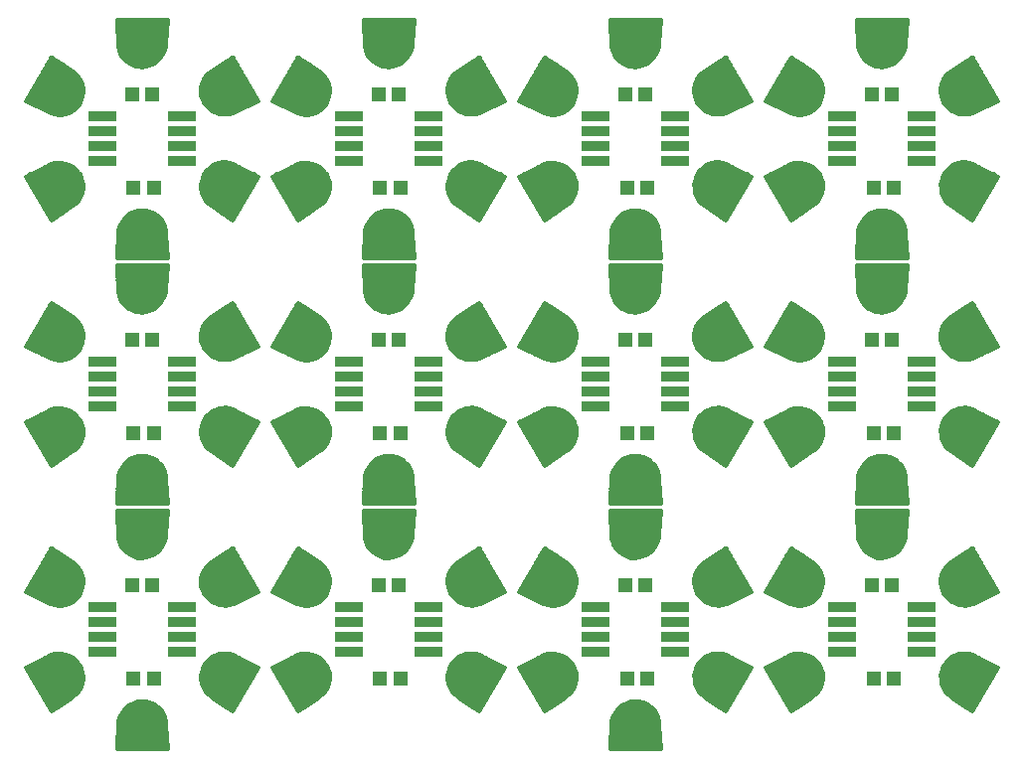
<source format=gts>
G75*
%MOIN*%
%OFA0B0*%
%FSLAX24Y24*%
%IPPOS*%
%LPD*%
%AMOC8*
5,1,8,0,0,1.08239X$1,22.5*
%
%ADD10R,0.0950X0.0320*%
%ADD11R,0.0513X0.0474*%
%ADD12C,0.1346*%
%ADD13C,0.0120*%
D10*
X005458Y003676D03*
X005458Y004176D03*
X005458Y004676D03*
X005458Y005176D03*
X008108Y005176D03*
X008108Y004676D03*
X008108Y004176D03*
X008108Y003676D03*
X013726Y003676D03*
X013726Y004176D03*
X013726Y004676D03*
X013726Y005176D03*
X016376Y005176D03*
X016376Y004676D03*
X016376Y004176D03*
X016376Y003676D03*
X021993Y003676D03*
X021993Y004176D03*
X021993Y004676D03*
X021993Y005176D03*
X024643Y005176D03*
X024643Y004676D03*
X024643Y004176D03*
X024643Y003676D03*
X030261Y003676D03*
X030261Y004176D03*
X030261Y004676D03*
X030261Y005176D03*
X032911Y005176D03*
X032911Y004676D03*
X032911Y004176D03*
X032911Y003676D03*
X032911Y011912D03*
X032911Y012412D03*
X032911Y012912D03*
X032911Y013412D03*
X030261Y013412D03*
X030261Y012912D03*
X030261Y012412D03*
X030261Y011912D03*
X024643Y011912D03*
X024643Y012412D03*
X024643Y012912D03*
X024643Y013412D03*
X021993Y013412D03*
X021993Y012912D03*
X021993Y012412D03*
X021993Y011912D03*
X016376Y011912D03*
X016376Y012412D03*
X016376Y012912D03*
X016376Y013412D03*
X013726Y013412D03*
X013726Y012912D03*
X013726Y012412D03*
X013726Y011912D03*
X008108Y011912D03*
X008108Y012412D03*
X008108Y012912D03*
X008108Y013412D03*
X005458Y013412D03*
X005458Y012912D03*
X005458Y012412D03*
X005458Y011912D03*
X005458Y020148D03*
X005458Y020648D03*
X005458Y021148D03*
X005458Y021648D03*
X008108Y021648D03*
X008108Y021148D03*
X008108Y020648D03*
X008108Y020148D03*
X013726Y020148D03*
X013726Y020648D03*
X013726Y021148D03*
X013726Y021648D03*
X016376Y021648D03*
X016376Y021148D03*
X016376Y020648D03*
X016376Y020148D03*
X021993Y020148D03*
X021993Y020648D03*
X021993Y021148D03*
X021993Y021648D03*
X024643Y021648D03*
X024643Y021148D03*
X024643Y020648D03*
X024643Y020148D03*
X030261Y020148D03*
X030261Y020648D03*
X030261Y021148D03*
X030261Y021648D03*
X032911Y021648D03*
X032911Y021148D03*
X032911Y020648D03*
X032911Y020148D03*
D11*
X031976Y019248D03*
X031306Y019248D03*
X031256Y022398D03*
X031926Y022398D03*
X023658Y022398D03*
X022989Y022398D03*
X023039Y019248D03*
X023708Y019248D03*
X023658Y014162D03*
X022989Y014162D03*
X023039Y011012D03*
X023708Y011012D03*
X023658Y005926D03*
X022989Y005926D03*
X023039Y002776D03*
X023708Y002776D03*
X031306Y002776D03*
X031976Y002776D03*
X031926Y005926D03*
X031256Y005926D03*
X031306Y011012D03*
X031976Y011012D03*
X031926Y014162D03*
X031256Y014162D03*
X015390Y014162D03*
X014721Y014162D03*
X014771Y011012D03*
X015440Y011012D03*
X015390Y005926D03*
X014721Y005926D03*
X014771Y002776D03*
X015440Y002776D03*
X007172Y002776D03*
X006503Y002776D03*
X006453Y005926D03*
X007122Y005926D03*
X007172Y011012D03*
X006503Y011012D03*
X006453Y014162D03*
X007122Y014162D03*
X007172Y019248D03*
X006503Y019248D03*
X006453Y022398D03*
X007122Y022398D03*
X014721Y022398D03*
X015390Y022398D03*
X015440Y019248D03*
X014771Y019248D03*
D12*
X012284Y019298D03*
X015056Y017698D03*
X015056Y015862D03*
X017827Y014262D03*
X020552Y014262D03*
X023323Y015862D03*
X023323Y017698D03*
X020552Y019298D03*
X017827Y019298D03*
X017827Y022498D03*
X020552Y022498D03*
X023323Y024098D03*
X026095Y022498D03*
X028820Y022498D03*
X031591Y024098D03*
X034362Y022498D03*
X034362Y019298D03*
X031591Y017698D03*
X031591Y015862D03*
X034362Y014262D03*
X034362Y011062D03*
X031591Y009462D03*
X031591Y007626D03*
X034362Y006026D03*
X034362Y002826D03*
X028820Y002826D03*
X026095Y002826D03*
X023323Y001226D03*
X020552Y002826D03*
X017827Y002826D03*
X017827Y006026D03*
X020552Y006026D03*
X023323Y007626D03*
X023323Y009462D03*
X020552Y011062D03*
X017827Y011062D03*
X015056Y009462D03*
X015056Y007626D03*
X012284Y006026D03*
X009559Y006026D03*
X006788Y007626D03*
X006788Y009462D03*
X009559Y011062D03*
X012284Y011062D03*
X012284Y014262D03*
X009559Y014262D03*
X006788Y015862D03*
X006788Y017698D03*
X009559Y019298D03*
X009559Y022498D03*
X006788Y024098D03*
X004017Y022498D03*
X004017Y019298D03*
X004017Y014262D03*
X004017Y011062D03*
X004017Y006026D03*
X004017Y002826D03*
X006788Y001226D03*
X009559Y002826D03*
X012284Y002826D03*
X026095Y006026D03*
X028820Y006026D03*
X028820Y011062D03*
X026095Y011062D03*
X026095Y014262D03*
X028820Y014262D03*
X028820Y019298D03*
X026095Y019298D03*
X015056Y024098D03*
X012284Y022498D03*
D13*
X004286Y002046D02*
X003543Y002046D01*
X003611Y001928D02*
X004107Y001928D01*
X003929Y001809D02*
X003680Y001809D01*
X003748Y001691D02*
X003750Y001691D01*
X003749Y001689D02*
X002899Y003162D01*
X003617Y003518D01*
X003730Y003570D01*
X003850Y003604D01*
X003974Y003619D01*
X004099Y003615D01*
X004222Y003592D01*
X004340Y003550D01*
X004450Y003492D01*
X004550Y003417D01*
X004637Y003327D01*
X004709Y003226D01*
X004766Y003113D01*
X004804Y002992D01*
X004822Y002867D01*
X004820Y002741D01*
X004797Y002616D01*
X004755Y002497D01*
X004693Y002387D01*
X004615Y002287D01*
X004522Y002202D01*
X004417Y002133D01*
X003749Y001689D01*
X003474Y002165D02*
X004465Y002165D01*
X004610Y002283D02*
X003406Y002283D01*
X003338Y002402D02*
X004702Y002402D01*
X004763Y002520D02*
X003269Y002520D01*
X003201Y002639D02*
X004801Y002639D01*
X004820Y002757D02*
X003132Y002757D01*
X003064Y002876D02*
X004821Y002876D01*
X004804Y002994D02*
X002996Y002994D01*
X002927Y003113D02*
X004766Y003113D01*
X004705Y003231D02*
X003038Y003231D01*
X003277Y003350D02*
X004615Y003350D01*
X004481Y003468D02*
X003515Y003468D01*
X003789Y003587D02*
X004237Y003587D01*
X004101Y005222D02*
X004226Y005245D01*
X004345Y005287D01*
X004455Y005349D01*
X004555Y005427D01*
X004640Y005520D01*
X004709Y005626D01*
X004761Y005739D01*
X004795Y005859D01*
X004810Y005983D01*
X004806Y006108D01*
X004783Y006231D01*
X004741Y006349D01*
X004682Y006459D01*
X004607Y006559D01*
X004518Y006646D01*
X004417Y006718D01*
X003749Y007162D01*
X002899Y005689D01*
X003617Y005333D01*
X003729Y005276D01*
X003850Y005238D01*
X003975Y005220D01*
X004101Y005222D01*
X004227Y005246D02*
X003826Y005246D01*
X003554Y005364D02*
X004475Y005364D01*
X004606Y005483D02*
X003315Y005483D01*
X003077Y005601D02*
X004693Y005601D01*
X004752Y005720D02*
X002916Y005720D01*
X002984Y005838D02*
X004789Y005838D01*
X004807Y005957D02*
X003053Y005957D01*
X003121Y006075D02*
X004807Y006075D01*
X004790Y006194D02*
X003190Y006194D01*
X003258Y006312D02*
X004754Y006312D01*
X004698Y006431D02*
X003327Y006431D01*
X003395Y006549D02*
X004615Y006549D01*
X004488Y006668D02*
X003463Y006668D01*
X003532Y006786D02*
X004315Y006786D01*
X004136Y006905D02*
X003600Y006905D01*
X003669Y007023D02*
X003958Y007023D01*
X003779Y007142D02*
X003737Y007142D01*
X005995Y007499D02*
X006022Y007376D01*
X006069Y007259D01*
X006135Y007150D01*
X006216Y007054D01*
X006313Y006972D01*
X006421Y006907D01*
X006538Y006860D01*
X006662Y006833D01*
X006788Y006826D01*
X006912Y006838D01*
X007033Y006869D01*
X007148Y006917D01*
X007254Y006983D01*
X007349Y007065D01*
X007430Y007159D01*
X007496Y007265D01*
X007545Y007380D01*
X007576Y007501D01*
X007588Y007626D01*
X007638Y008426D01*
X005938Y008426D01*
X005988Y007626D01*
X005995Y007499D01*
X005995Y007497D02*
X007575Y007497D01*
X007587Y007616D02*
X005988Y007616D01*
X005981Y007734D02*
X007595Y007734D01*
X007602Y007853D02*
X005974Y007853D01*
X005966Y007971D02*
X007609Y007971D01*
X007617Y008090D02*
X005959Y008090D01*
X005951Y008208D02*
X007624Y008208D01*
X007632Y008327D02*
X005944Y008327D01*
X005938Y008662D02*
X007638Y008662D01*
X007588Y009462D01*
X007581Y009588D01*
X007553Y009711D01*
X007506Y009829D01*
X007441Y009937D01*
X007359Y010033D01*
X007263Y010115D01*
X007155Y010180D01*
X007037Y010227D01*
X006914Y010255D01*
X006788Y010262D01*
X006664Y010250D01*
X006543Y010219D01*
X006428Y010170D01*
X006322Y010104D01*
X006227Y010023D01*
X006146Y009928D01*
X006080Y009822D01*
X006031Y009707D01*
X006000Y009586D01*
X005988Y009462D01*
X005938Y008662D01*
X005939Y008682D02*
X007637Y008682D01*
X007629Y008801D02*
X005946Y008801D01*
X005954Y008919D02*
X007622Y008919D01*
X007614Y009038D02*
X005961Y009038D01*
X005969Y009156D02*
X007607Y009156D01*
X007600Y009275D02*
X005976Y009275D01*
X005983Y009393D02*
X007592Y009393D01*
X007585Y009512D02*
X005993Y009512D01*
X006011Y009630D02*
X007571Y009630D01*
X007538Y009749D02*
X006048Y009749D01*
X006108Y009867D02*
X007483Y009867D01*
X007400Y009986D02*
X006195Y009986D01*
X006322Y010104D02*
X007276Y010104D01*
X007049Y010223D02*
X006557Y010223D01*
X004797Y010853D02*
X004820Y010977D01*
X004822Y011103D01*
X004804Y011228D01*
X004766Y011349D01*
X004709Y011462D01*
X004637Y011563D01*
X004550Y011653D01*
X004450Y011728D01*
X004340Y011787D01*
X004222Y011828D01*
X004099Y011851D01*
X003974Y011855D01*
X003850Y011840D01*
X003730Y011806D01*
X003617Y011755D01*
X002899Y011398D01*
X003749Y009926D01*
X004417Y010369D01*
X004522Y010438D01*
X004615Y010524D01*
X004693Y010623D01*
X004755Y010734D01*
X004797Y010853D01*
X004784Y010815D02*
X003235Y010815D01*
X003167Y010934D02*
X004812Y010934D01*
X004821Y011052D02*
X003098Y011052D01*
X003030Y011171D02*
X004813Y011171D01*
X004785Y011289D02*
X002962Y011289D01*
X002918Y011408D02*
X004737Y011408D01*
X004663Y011526D02*
X003156Y011526D01*
X003395Y011645D02*
X004558Y011645D01*
X004384Y011763D02*
X003635Y011763D01*
X003304Y010697D02*
X004734Y010697D01*
X004658Y010578D02*
X003372Y010578D01*
X003440Y010460D02*
X004545Y010460D01*
X004374Y010341D02*
X003509Y010341D01*
X003577Y010223D02*
X004196Y010223D01*
X004017Y010104D02*
X003646Y010104D01*
X003714Y009986D02*
X003839Y009986D01*
X006022Y007379D02*
X007544Y007379D01*
X007493Y007260D02*
X006069Y007260D01*
X006142Y007142D02*
X007415Y007142D01*
X007300Y007023D02*
X006253Y007023D01*
X006427Y006905D02*
X007118Y006905D01*
X008806Y006312D02*
X010317Y006312D01*
X010249Y006431D02*
X008863Y006431D01*
X008882Y006464D02*
X008821Y006354D01*
X008778Y006235D01*
X008756Y006110D01*
X008753Y005984D01*
X008771Y005859D01*
X008809Y005738D01*
X008866Y005626D01*
X008939Y005524D01*
X009026Y005435D01*
X009126Y005360D01*
X009236Y005301D01*
X009354Y005259D01*
X009476Y005236D01*
X009601Y005232D01*
X009725Y005247D01*
X009845Y005281D01*
X009959Y005333D01*
X010677Y005689D01*
X009827Y007162D01*
X009159Y006718D01*
X009053Y006649D01*
X008960Y006564D01*
X008882Y006464D01*
X008949Y006549D02*
X010181Y006549D01*
X010112Y006668D02*
X009081Y006668D01*
X009261Y006786D02*
X010044Y006786D01*
X009975Y006905D02*
X009439Y006905D01*
X009618Y007023D02*
X009907Y007023D01*
X009839Y007142D02*
X009796Y007142D01*
X010386Y006194D02*
X008771Y006194D01*
X008755Y006075D02*
X010454Y006075D01*
X010523Y005957D02*
X008757Y005957D01*
X008778Y005838D02*
X010591Y005838D01*
X010660Y005720D02*
X008819Y005720D01*
X008884Y005601D02*
X010499Y005601D01*
X010260Y005483D02*
X008979Y005483D01*
X009120Y005364D02*
X010022Y005364D01*
X009710Y005246D02*
X009427Y005246D01*
X011166Y005689D02*
X012016Y007162D01*
X012684Y006718D01*
X012786Y006646D01*
X012875Y006559D01*
X012950Y006459D01*
X013009Y006349D01*
X013051Y006231D01*
X013074Y006108D01*
X013078Y005983D01*
X013063Y005859D01*
X013029Y005739D01*
X012977Y005626D01*
X012908Y005520D01*
X012822Y005427D01*
X012723Y005349D01*
X012612Y005287D01*
X012493Y005245D01*
X012369Y005222D01*
X012243Y005220D01*
X012118Y005238D01*
X011997Y005276D01*
X011884Y005333D01*
X011166Y005689D01*
X011184Y005720D02*
X013020Y005720D01*
X013056Y005838D02*
X011252Y005838D01*
X011321Y005957D02*
X013074Y005957D01*
X013075Y006075D02*
X011389Y006075D01*
X011457Y006194D02*
X013058Y006194D01*
X013022Y006312D02*
X011526Y006312D01*
X011594Y006431D02*
X012965Y006431D01*
X012882Y006549D02*
X011663Y006549D01*
X011731Y006668D02*
X012755Y006668D01*
X012582Y006786D02*
X011799Y006786D01*
X011868Y006905D02*
X012404Y006905D01*
X012225Y007023D02*
X011936Y007023D01*
X012005Y007142D02*
X012047Y007142D01*
X011344Y005601D02*
X012961Y005601D01*
X012873Y005483D02*
X011583Y005483D01*
X011821Y005364D02*
X012743Y005364D01*
X012495Y005246D02*
X012093Y005246D01*
X012242Y003619D02*
X012118Y003604D01*
X011998Y003570D01*
X011884Y003518D01*
X011166Y003162D01*
X012016Y001689D01*
X012684Y002133D01*
X012790Y002202D01*
X012883Y002287D01*
X012961Y002387D01*
X013022Y002497D01*
X013065Y002616D01*
X013088Y002741D01*
X013090Y002867D01*
X013072Y002992D01*
X013034Y003113D01*
X012977Y003226D01*
X012904Y003327D01*
X012817Y003417D01*
X012717Y003492D01*
X012607Y003550D01*
X012490Y003592D01*
X012367Y003615D01*
X012242Y003619D01*
X012056Y003587D02*
X012505Y003587D01*
X012749Y003468D02*
X011783Y003468D01*
X011544Y003350D02*
X012883Y003350D01*
X012973Y003231D02*
X011306Y003231D01*
X011195Y003113D02*
X013034Y003113D01*
X013071Y002994D02*
X011263Y002994D01*
X011332Y002876D02*
X013089Y002876D01*
X013088Y002757D02*
X011400Y002757D01*
X011468Y002639D02*
X013069Y002639D01*
X013030Y002520D02*
X011537Y002520D01*
X011605Y002402D02*
X012969Y002402D01*
X012878Y002283D02*
X011674Y002283D01*
X011742Y002165D02*
X012733Y002165D01*
X012554Y002046D02*
X011811Y002046D01*
X011879Y001928D02*
X012375Y001928D01*
X012196Y001809D02*
X011947Y001809D01*
X012016Y001691D02*
X012018Y001691D01*
X010375Y002639D02*
X008789Y002639D01*
X008793Y002620D02*
X008834Y002502D01*
X008893Y002392D01*
X008968Y002293D01*
X009057Y002205D01*
X009159Y002133D01*
X009827Y001689D01*
X010677Y003162D01*
X009959Y003518D01*
X009846Y003575D01*
X009726Y003613D01*
X009601Y003631D01*
X009474Y003629D01*
X009350Y003606D01*
X009231Y003564D01*
X009120Y003503D01*
X009021Y003424D01*
X008936Y003331D01*
X008866Y003226D01*
X008815Y003112D01*
X008781Y002992D01*
X008766Y002868D01*
X008770Y002743D01*
X008793Y002620D01*
X008828Y002520D02*
X010306Y002520D01*
X010238Y002402D02*
X008888Y002402D01*
X008978Y002283D02*
X010170Y002283D01*
X010101Y002165D02*
X009115Y002165D01*
X009290Y002046D02*
X010033Y002046D01*
X009964Y001928D02*
X009468Y001928D01*
X009647Y001809D02*
X009896Y001809D01*
X009827Y001691D02*
X009825Y001691D01*
X010443Y002757D02*
X008769Y002757D01*
X008767Y002876D02*
X010512Y002876D01*
X010580Y002994D02*
X008781Y002994D01*
X008815Y003113D02*
X010648Y003113D01*
X010537Y003231D02*
X008870Y003231D01*
X008952Y003350D02*
X010299Y003350D01*
X010061Y003468D02*
X009076Y003468D01*
X009295Y003587D02*
X009811Y003587D01*
X007441Y001701D02*
X007359Y001797D01*
X007263Y001879D01*
X007155Y001944D01*
X007037Y001991D01*
X006914Y002018D01*
X006788Y002026D01*
X006664Y002014D01*
X006543Y001983D01*
X006428Y001934D01*
X006322Y001868D01*
X006227Y001787D01*
X006146Y001692D01*
X006080Y001586D01*
X006031Y001471D01*
X006000Y001350D01*
X005988Y001226D01*
X005938Y000426D01*
X007638Y000426D01*
X007588Y001226D01*
X007581Y001352D01*
X007553Y001475D01*
X007506Y001592D01*
X007441Y001701D01*
X007447Y001691D02*
X006145Y001691D01*
X006074Y001572D02*
X007515Y001572D01*
X007558Y001454D02*
X006026Y001454D01*
X005998Y001335D02*
X007582Y001335D01*
X007588Y001217D02*
X005987Y001217D01*
X005980Y001098D02*
X007596Y001098D01*
X007603Y000980D02*
X005972Y000980D01*
X005965Y000861D02*
X007611Y000861D01*
X007618Y000743D02*
X005958Y000743D01*
X005950Y000624D02*
X007625Y000624D01*
X007633Y000506D02*
X005943Y000506D01*
X006253Y001809D02*
X007345Y001809D01*
X007182Y001928D02*
X006418Y001928D01*
X014402Y007150D02*
X014484Y007054D01*
X014580Y006972D01*
X014689Y006907D01*
X014806Y006860D01*
X014929Y006833D01*
X015056Y006826D01*
X015180Y006838D01*
X015301Y006869D01*
X015416Y006917D01*
X015522Y006983D01*
X015616Y007065D01*
X015698Y007159D01*
X015764Y007265D01*
X015813Y007380D01*
X015843Y007501D01*
X015856Y007626D01*
X015906Y008426D01*
X014206Y008426D01*
X014256Y007626D01*
X014263Y007499D01*
X014290Y007376D01*
X014337Y007259D01*
X014402Y007150D01*
X014410Y007142D02*
X015682Y007142D01*
X015760Y007260D02*
X014336Y007260D01*
X014290Y007379D02*
X015812Y007379D01*
X015842Y007497D02*
X014263Y007497D01*
X014256Y007616D02*
X015855Y007616D01*
X015862Y007734D02*
X014249Y007734D01*
X014241Y007853D02*
X015870Y007853D01*
X015877Y007971D02*
X014234Y007971D01*
X014227Y008090D02*
X015885Y008090D01*
X015892Y008208D02*
X014219Y008208D01*
X014212Y008327D02*
X015899Y008327D01*
X015906Y008662D02*
X014206Y008662D01*
X014256Y009462D01*
X014268Y009586D01*
X014298Y009707D01*
X014347Y009822D01*
X014413Y009928D01*
X014495Y010023D01*
X014589Y010104D01*
X015544Y010104D01*
X015531Y010115D02*
X015627Y010033D01*
X015709Y009937D01*
X015774Y009829D01*
X015821Y009711D01*
X015848Y009588D01*
X015856Y009462D01*
X015906Y008662D01*
X015904Y008682D02*
X014207Y008682D01*
X014214Y008801D02*
X015897Y008801D01*
X015889Y008919D02*
X014222Y008919D01*
X014229Y009038D02*
X015882Y009038D01*
X015875Y009156D02*
X014236Y009156D01*
X014244Y009275D02*
X015867Y009275D01*
X015860Y009393D02*
X014251Y009393D01*
X014260Y009512D02*
X015853Y009512D01*
X015839Y009630D02*
X014279Y009630D01*
X014316Y009749D02*
X015806Y009749D01*
X015751Y009867D02*
X014375Y009867D01*
X014463Y009986D02*
X015667Y009986D01*
X015531Y010115D02*
X015422Y010180D01*
X015305Y010227D01*
X015182Y010255D01*
X015056Y010262D01*
X014931Y010250D01*
X014810Y010219D01*
X014695Y010170D01*
X014589Y010104D01*
X014824Y010223D02*
X015317Y010223D01*
X017060Y010856D02*
X017102Y010739D01*
X017161Y010629D01*
X017236Y010529D01*
X017325Y010442D01*
X017427Y010369D01*
X018095Y009926D01*
X018945Y011398D01*
X018227Y011755D01*
X018114Y011812D01*
X017993Y011849D01*
X017868Y011868D01*
X017742Y011865D01*
X017618Y011842D01*
X017499Y011800D01*
X017388Y011739D01*
X017289Y011661D01*
X017203Y011568D01*
X017134Y011462D01*
X017082Y011348D01*
X017049Y011228D01*
X017033Y011104D01*
X017037Y010979D01*
X017060Y010856D01*
X017075Y010815D02*
X018608Y010815D01*
X018540Y010697D02*
X017125Y010697D01*
X017199Y010578D02*
X018471Y010578D01*
X018403Y010460D02*
X017307Y010460D01*
X017469Y010341D02*
X018334Y010341D01*
X018266Y010223D02*
X017647Y010223D01*
X017826Y010104D02*
X018198Y010104D01*
X018129Y009986D02*
X018004Y009986D01*
X018676Y010934D02*
X017046Y010934D01*
X017035Y011052D02*
X018745Y011052D01*
X018813Y011171D02*
X017042Y011171D01*
X017066Y011289D02*
X018882Y011289D01*
X018925Y011408D02*
X017109Y011408D01*
X017176Y011526D02*
X018687Y011526D01*
X018448Y011645D02*
X017274Y011645D01*
X017432Y011763D02*
X018210Y011763D01*
X019434Y011398D02*
X020284Y009926D01*
X020952Y010369D01*
X021058Y010438D01*
X021151Y010524D01*
X021229Y010623D01*
X021290Y010734D01*
X021333Y010853D01*
X021355Y010977D01*
X021358Y011103D01*
X021340Y011228D01*
X021302Y011349D01*
X021245Y011462D01*
X021172Y011563D01*
X021085Y011653D01*
X020985Y011728D01*
X020875Y011787D01*
X020757Y011828D01*
X020635Y011851D01*
X020510Y011855D01*
X020386Y011840D01*
X020266Y011806D01*
X020152Y011755D01*
X019434Y011398D01*
X019453Y011408D02*
X021272Y011408D01*
X021321Y011289D02*
X019497Y011289D01*
X019565Y011171D02*
X021348Y011171D01*
X021357Y011052D02*
X019634Y011052D01*
X019702Y010934D02*
X021347Y010934D01*
X021319Y010815D02*
X019771Y010815D01*
X019839Y010697D02*
X021270Y010697D01*
X021194Y010578D02*
X019907Y010578D01*
X019976Y010460D02*
X021081Y010460D01*
X020910Y010341D02*
X020044Y010341D01*
X020113Y010223D02*
X020731Y010223D01*
X020553Y010104D02*
X020181Y010104D01*
X020250Y009986D02*
X020374Y009986D01*
X022535Y009586D02*
X022523Y009462D01*
X022473Y008662D01*
X024173Y008662D01*
X024123Y009462D01*
X024116Y009588D01*
X024089Y009711D01*
X024042Y009829D01*
X023976Y009937D01*
X023895Y010033D01*
X023798Y010115D01*
X023690Y010180D01*
X023573Y010227D01*
X023449Y010255D01*
X023323Y010262D01*
X023199Y010250D01*
X023078Y010219D01*
X022963Y010170D01*
X022857Y010104D01*
X023811Y010104D01*
X023935Y009986D02*
X022730Y009986D01*
X022762Y010023D02*
X022681Y009928D01*
X022615Y009822D01*
X022566Y009707D01*
X022535Y009586D01*
X022546Y009630D02*
X024107Y009630D01*
X024120Y009512D02*
X022528Y009512D01*
X022519Y009393D02*
X024128Y009393D01*
X024135Y009275D02*
X022512Y009275D01*
X022504Y009156D02*
X024142Y009156D01*
X024150Y009038D02*
X022497Y009038D01*
X022489Y008919D02*
X024157Y008919D01*
X024165Y008801D02*
X022482Y008801D01*
X022474Y008682D02*
X024172Y008682D01*
X024173Y008426D02*
X022473Y008426D01*
X022523Y007626D01*
X022530Y007499D01*
X022558Y007376D01*
X022605Y007259D01*
X022670Y007150D01*
X022752Y007054D01*
X022848Y006972D01*
X022956Y006907D01*
X023074Y006860D01*
X023197Y006833D01*
X023323Y006826D01*
X023448Y006838D01*
X023568Y006869D01*
X023683Y006917D01*
X023789Y006983D01*
X023884Y007065D01*
X023965Y007159D01*
X024031Y007265D01*
X024080Y007380D01*
X024111Y007501D01*
X024123Y007626D01*
X024173Y008426D01*
X024167Y008327D02*
X022479Y008327D01*
X022487Y008208D02*
X024160Y008208D01*
X024152Y008090D02*
X022494Y008090D01*
X022502Y007971D02*
X024145Y007971D01*
X024137Y007853D02*
X022509Y007853D01*
X022516Y007734D02*
X024130Y007734D01*
X024122Y007616D02*
X022524Y007616D01*
X022531Y007497D02*
X024110Y007497D01*
X024080Y007379D02*
X022557Y007379D01*
X022604Y007260D02*
X024028Y007260D01*
X023950Y007142D02*
X022678Y007142D01*
X022788Y007023D02*
X023836Y007023D01*
X023653Y006905D02*
X022963Y006905D01*
X021290Y006312D02*
X019794Y006312D01*
X019862Y006431D02*
X021233Y006431D01*
X021218Y006459D02*
X021143Y006559D01*
X021054Y006646D01*
X020952Y006718D01*
X020284Y007162D01*
X019434Y005689D01*
X020152Y005333D01*
X020265Y005276D01*
X020385Y005238D01*
X020510Y005220D01*
X020637Y005222D01*
X020761Y005245D01*
X020880Y005287D01*
X020991Y005349D01*
X021090Y005427D01*
X021175Y005520D01*
X021245Y005626D01*
X021296Y005739D01*
X021330Y005859D01*
X021345Y005983D01*
X021341Y006108D01*
X021318Y006231D01*
X021277Y006349D01*
X021218Y006459D01*
X021150Y006549D02*
X019930Y006549D01*
X019999Y006668D02*
X021023Y006668D01*
X020850Y006786D02*
X020067Y006786D01*
X020136Y006905D02*
X020672Y006905D01*
X020493Y007023D02*
X020204Y007023D01*
X020272Y007142D02*
X020315Y007142D01*
X019725Y006194D02*
X021325Y006194D01*
X021342Y006075D02*
X019657Y006075D01*
X019588Y005957D02*
X021342Y005957D01*
X021324Y005838D02*
X019520Y005838D01*
X019451Y005720D02*
X021287Y005720D01*
X021229Y005601D02*
X019612Y005601D01*
X019851Y005483D02*
X021141Y005483D01*
X021010Y005364D02*
X020089Y005364D01*
X020361Y005246D02*
X020763Y005246D01*
X018945Y005689D02*
X018095Y007162D01*
X017427Y006718D01*
X017321Y006649D01*
X017228Y006564D01*
X017150Y006464D01*
X017089Y006354D01*
X017046Y006235D01*
X017023Y006110D01*
X017021Y005984D01*
X017039Y005859D01*
X017077Y005738D01*
X017134Y005626D01*
X017207Y005524D01*
X017294Y005435D01*
X017394Y005360D01*
X017504Y005301D01*
X017621Y005259D01*
X017744Y005236D01*
X017869Y005232D01*
X017993Y005247D01*
X018113Y005281D01*
X018227Y005333D01*
X018945Y005689D01*
X018927Y005720D02*
X017087Y005720D01*
X017046Y005838D02*
X018859Y005838D01*
X018790Y005957D02*
X017025Y005957D01*
X017023Y006075D02*
X018722Y006075D01*
X018654Y006194D02*
X017039Y006194D01*
X017074Y006312D02*
X018585Y006312D01*
X018517Y006431D02*
X017131Y006431D01*
X017216Y006549D02*
X018448Y006549D01*
X018380Y006668D02*
X017349Y006668D01*
X017529Y006786D02*
X018312Y006786D01*
X018243Y006905D02*
X017707Y006905D01*
X017886Y007023D02*
X018175Y007023D01*
X018106Y007142D02*
X018064Y007142D01*
X018767Y005601D02*
X017152Y005601D01*
X017247Y005483D02*
X018528Y005483D01*
X018290Y005364D02*
X017388Y005364D01*
X017695Y005246D02*
X017978Y005246D01*
X017868Y003631D02*
X017742Y003629D01*
X017618Y003606D01*
X017499Y003564D01*
X017388Y003503D01*
X017289Y003424D01*
X017203Y003331D01*
X017134Y003226D01*
X017082Y003112D01*
X017049Y002992D01*
X017033Y002868D01*
X017037Y002743D01*
X017060Y002620D01*
X017102Y002502D01*
X017161Y002392D01*
X017236Y002293D01*
X017325Y002205D01*
X017427Y002133D01*
X018095Y001689D01*
X018945Y003162D01*
X018227Y003518D01*
X018114Y003575D01*
X017993Y003613D01*
X017868Y003631D01*
X018078Y003587D02*
X017563Y003587D01*
X017344Y003468D02*
X018328Y003468D01*
X018567Y003350D02*
X017220Y003350D01*
X017138Y003231D02*
X018805Y003231D01*
X018916Y003113D02*
X017083Y003113D01*
X017049Y002994D02*
X018848Y002994D01*
X018779Y002876D02*
X017034Y002876D01*
X017037Y002757D02*
X018711Y002757D01*
X018643Y002639D02*
X017057Y002639D01*
X017096Y002520D02*
X018574Y002520D01*
X018506Y002402D02*
X017156Y002402D01*
X017246Y002283D02*
X018437Y002283D01*
X018369Y002165D02*
X017382Y002165D01*
X017558Y002046D02*
X018300Y002046D01*
X018232Y001928D02*
X017736Y001928D01*
X017915Y001809D02*
X018164Y001809D01*
X018095Y001691D02*
X018093Y001691D01*
X019736Y002639D02*
X021337Y002639D01*
X021333Y002616D02*
X021355Y002741D01*
X021358Y002867D01*
X021340Y002992D01*
X021302Y003113D01*
X021245Y003226D01*
X021172Y003327D01*
X021085Y003417D01*
X020985Y003492D01*
X020875Y003550D01*
X020757Y003592D01*
X020635Y003615D01*
X020510Y003619D01*
X020386Y003604D01*
X020266Y003570D01*
X020152Y003518D01*
X019434Y003162D01*
X020284Y001689D01*
X020952Y002133D01*
X021058Y002202D01*
X021151Y002287D01*
X021229Y002387D01*
X021290Y002497D01*
X021333Y002616D01*
X021298Y002520D02*
X019805Y002520D01*
X019873Y002402D02*
X021237Y002402D01*
X021146Y002283D02*
X019941Y002283D01*
X020010Y002165D02*
X021000Y002165D01*
X020821Y002046D02*
X020078Y002046D01*
X020147Y001928D02*
X020643Y001928D01*
X020464Y001809D02*
X020215Y001809D01*
X020284Y001691D02*
X020286Y001691D01*
X019668Y002757D02*
X021356Y002757D01*
X021356Y002876D02*
X019599Y002876D01*
X019531Y002994D02*
X021339Y002994D01*
X021302Y003113D02*
X019463Y003113D01*
X019574Y003231D02*
X021241Y003231D01*
X021150Y003350D02*
X019812Y003350D01*
X020051Y003468D02*
X021016Y003468D01*
X020773Y003587D02*
X020324Y003587D01*
X022681Y001692D02*
X022762Y001787D01*
X022857Y001868D01*
X022963Y001934D01*
X023078Y001983D01*
X023199Y002014D01*
X023323Y002026D01*
X023449Y002018D01*
X023573Y001991D01*
X023690Y001944D01*
X023798Y001879D01*
X023895Y001797D01*
X023976Y001701D01*
X024042Y001592D01*
X024089Y001475D01*
X024116Y001352D01*
X024123Y001226D01*
X024173Y000426D01*
X022473Y000426D01*
X022523Y001226D01*
X022535Y001350D01*
X022566Y001471D01*
X022615Y001586D01*
X022681Y001692D01*
X022680Y001691D02*
X023983Y001691D01*
X024050Y001572D02*
X022609Y001572D01*
X022562Y001454D02*
X024093Y001454D01*
X024117Y001335D02*
X022534Y001335D01*
X022523Y001217D02*
X024124Y001217D01*
X024131Y001098D02*
X022515Y001098D01*
X022508Y000980D02*
X024139Y000980D01*
X024146Y000861D02*
X022500Y000861D01*
X022493Y000743D02*
X024153Y000743D01*
X024161Y000624D02*
X022486Y000624D01*
X022478Y000506D02*
X024168Y000506D01*
X023881Y001809D02*
X022788Y001809D01*
X022953Y001928D02*
X023718Y001928D01*
X025370Y002502D02*
X025328Y002620D01*
X025305Y002743D01*
X025301Y002868D01*
X025316Y002992D01*
X025350Y003112D01*
X025402Y003226D01*
X025471Y003331D01*
X025556Y003424D01*
X025656Y003503D01*
X025766Y003564D01*
X025885Y003606D01*
X026010Y003629D01*
X026136Y003631D01*
X026261Y003613D01*
X026382Y003575D01*
X026495Y003518D01*
X027212Y003162D01*
X026362Y001689D01*
X025695Y002133D01*
X025593Y002205D01*
X025504Y002293D01*
X025429Y002392D01*
X025370Y002502D01*
X025363Y002520D02*
X026842Y002520D01*
X026910Y002639D02*
X025325Y002639D01*
X025305Y002757D02*
X026979Y002757D01*
X027047Y002876D02*
X025302Y002876D01*
X025317Y002994D02*
X027116Y002994D01*
X027184Y003113D02*
X025350Y003113D01*
X025405Y003231D02*
X027073Y003231D01*
X026834Y003350D02*
X025488Y003350D01*
X025612Y003468D02*
X026596Y003468D01*
X026346Y003587D02*
X025830Y003587D01*
X025424Y002402D02*
X026773Y002402D01*
X026705Y002283D02*
X025513Y002283D01*
X025650Y002165D02*
X026637Y002165D01*
X026568Y002046D02*
X025825Y002046D01*
X026004Y001928D02*
X026500Y001928D01*
X026431Y001809D02*
X026182Y001809D01*
X026361Y001691D02*
X026363Y001691D01*
X028004Y002639D02*
X029604Y002639D01*
X029600Y002616D02*
X029623Y002741D01*
X029625Y002867D01*
X029607Y002992D01*
X029569Y003113D01*
X029512Y003226D01*
X029440Y003327D01*
X029353Y003417D01*
X029253Y003492D01*
X029143Y003550D01*
X029025Y003592D01*
X028902Y003615D01*
X028777Y003619D01*
X028654Y003604D01*
X028533Y003570D01*
X028420Y003518D01*
X027702Y003162D01*
X028552Y001689D01*
X029220Y002133D01*
X029325Y002202D01*
X029418Y002287D01*
X029497Y002387D01*
X029558Y002497D01*
X029600Y002616D01*
X029566Y002520D02*
X028072Y002520D01*
X028141Y002402D02*
X029505Y002402D01*
X029414Y002283D02*
X028209Y002283D01*
X028278Y002165D02*
X029268Y002165D01*
X029089Y002046D02*
X028346Y002046D01*
X028414Y001928D02*
X028910Y001928D01*
X028732Y001809D02*
X028483Y001809D01*
X028551Y001691D02*
X028553Y001691D01*
X027935Y002757D02*
X029623Y002757D01*
X029624Y002876D02*
X027867Y002876D01*
X027799Y002994D02*
X029607Y002994D01*
X029569Y003113D02*
X027730Y003113D01*
X027841Y003231D02*
X029509Y003231D01*
X029418Y003350D02*
X028080Y003350D01*
X028318Y003468D02*
X029284Y003468D01*
X029040Y003587D02*
X028592Y003587D01*
X028778Y005220D02*
X028904Y005222D01*
X029029Y005245D01*
X029148Y005287D01*
X029258Y005349D01*
X029358Y005427D01*
X029443Y005520D01*
X029512Y005626D01*
X029564Y005739D01*
X029598Y005859D01*
X029613Y005983D01*
X029609Y006108D01*
X029586Y006231D01*
X029545Y006349D01*
X029486Y006459D01*
X029411Y006559D01*
X029321Y006646D01*
X029220Y006718D01*
X028552Y007162D01*
X027702Y005689D01*
X028420Y005333D01*
X028533Y005276D01*
X028653Y005238D01*
X028778Y005220D01*
X028629Y005246D02*
X029030Y005246D01*
X029278Y005364D02*
X028357Y005364D01*
X028118Y005483D02*
X029409Y005483D01*
X029496Y005601D02*
X027880Y005601D01*
X027719Y005720D02*
X029555Y005720D01*
X029592Y005838D02*
X027788Y005838D01*
X027856Y005957D02*
X029610Y005957D01*
X029610Y006075D02*
X027924Y006075D01*
X027993Y006194D02*
X029593Y006194D01*
X029557Y006312D02*
X028061Y006312D01*
X028130Y006431D02*
X029501Y006431D01*
X029418Y006549D02*
X028198Y006549D01*
X028267Y006668D02*
X029291Y006668D01*
X029118Y006786D02*
X028335Y006786D01*
X028403Y006905D02*
X028939Y006905D01*
X028761Y007023D02*
X028472Y007023D01*
X028540Y007142D02*
X028582Y007142D01*
X026921Y006194D02*
X025306Y006194D01*
X025314Y006235D02*
X025291Y006110D01*
X025289Y005984D01*
X025307Y005859D01*
X025345Y005738D01*
X025402Y005626D01*
X025474Y005524D01*
X025561Y005435D01*
X025661Y005360D01*
X025771Y005301D01*
X025889Y005259D01*
X026012Y005236D01*
X026137Y005232D01*
X026261Y005247D01*
X026381Y005281D01*
X026495Y005333D01*
X027212Y005689D01*
X026362Y007162D01*
X025695Y006718D01*
X025589Y006649D01*
X025496Y006564D01*
X025418Y006464D01*
X025356Y006354D01*
X025314Y006235D01*
X025341Y006312D02*
X026853Y006312D01*
X026784Y006431D02*
X025399Y006431D01*
X025484Y006549D02*
X026716Y006549D01*
X026648Y006668D02*
X025617Y006668D01*
X025796Y006786D02*
X026579Y006786D01*
X026511Y006905D02*
X025975Y006905D01*
X026153Y007023D02*
X026442Y007023D01*
X026374Y007142D02*
X026332Y007142D01*
X026990Y006075D02*
X025291Y006075D01*
X025293Y005957D02*
X027058Y005957D01*
X027127Y005838D02*
X025313Y005838D01*
X025354Y005720D02*
X027195Y005720D01*
X027034Y005601D02*
X025419Y005601D01*
X025515Y005483D02*
X026796Y005483D01*
X026557Y005364D02*
X025655Y005364D01*
X025963Y005246D02*
X026246Y005246D01*
X030872Y007259D02*
X030938Y007150D01*
X031020Y007054D01*
X031116Y006972D01*
X031224Y006907D01*
X031341Y006860D01*
X031465Y006833D01*
X031591Y006826D01*
X031715Y006838D01*
X031836Y006869D01*
X031951Y006917D01*
X032057Y006983D01*
X032152Y007065D01*
X032233Y007159D01*
X032299Y007265D01*
X032348Y007380D01*
X032379Y007501D01*
X032391Y007626D01*
X032441Y008426D01*
X030741Y008426D01*
X030791Y007626D01*
X030798Y007499D01*
X030825Y007376D01*
X030872Y007259D01*
X030872Y007260D02*
X032296Y007260D01*
X032347Y007379D02*
X030825Y007379D01*
X030799Y007497D02*
X032378Y007497D01*
X032390Y007616D02*
X030792Y007616D01*
X030784Y007734D02*
X032398Y007734D01*
X032405Y007853D02*
X030777Y007853D01*
X030769Y007971D02*
X032413Y007971D01*
X032420Y008090D02*
X030762Y008090D01*
X030755Y008208D02*
X032427Y008208D01*
X032435Y008327D02*
X030747Y008327D01*
X030741Y008662D02*
X032441Y008662D01*
X032391Y009462D01*
X032384Y009588D01*
X032356Y009711D01*
X032309Y009829D01*
X032244Y009937D01*
X032162Y010033D01*
X032066Y010115D01*
X031958Y010180D01*
X031840Y010227D01*
X031717Y010255D01*
X031591Y010262D01*
X031467Y010250D01*
X031346Y010219D01*
X031231Y010170D01*
X031125Y010104D01*
X031030Y010023D01*
X030949Y009928D01*
X030883Y009822D01*
X030834Y009707D01*
X030803Y009586D01*
X030791Y009462D01*
X030741Y008662D01*
X030742Y008682D02*
X032440Y008682D01*
X032432Y008801D02*
X030750Y008801D01*
X030757Y008919D02*
X032425Y008919D01*
X032417Y009038D02*
X030764Y009038D01*
X030772Y009156D02*
X032410Y009156D01*
X032403Y009275D02*
X030779Y009275D01*
X030787Y009393D02*
X032395Y009393D01*
X032388Y009512D02*
X030796Y009512D01*
X030814Y009630D02*
X032374Y009630D01*
X032342Y009749D02*
X030852Y009749D01*
X030911Y009867D02*
X032286Y009867D01*
X032203Y009986D02*
X030998Y009986D01*
X031125Y010104D02*
X032079Y010104D01*
X031852Y010223D02*
X031360Y010223D01*
X029600Y010853D02*
X029623Y010977D01*
X029625Y011103D01*
X029607Y011228D01*
X029569Y011349D01*
X029512Y011462D01*
X029440Y011563D01*
X029353Y011653D01*
X029253Y011728D01*
X029143Y011787D01*
X029025Y011828D01*
X028902Y011851D01*
X028777Y011855D01*
X028654Y011840D01*
X028533Y011806D01*
X028420Y011755D01*
X027702Y011398D01*
X028552Y009926D01*
X029220Y010369D01*
X029325Y010438D01*
X029418Y010524D01*
X029497Y010623D01*
X029558Y010734D01*
X029600Y010853D01*
X029587Y010815D02*
X028038Y010815D01*
X027970Y010934D02*
X029615Y010934D01*
X029624Y011052D02*
X027902Y011052D01*
X027833Y011171D02*
X029616Y011171D01*
X029588Y011289D02*
X027765Y011289D01*
X027721Y011408D02*
X029540Y011408D01*
X029467Y011526D02*
X027960Y011526D01*
X028198Y011645D02*
X029361Y011645D01*
X029187Y011763D02*
X028438Y011763D01*
X028107Y010697D02*
X029537Y010697D01*
X029461Y010578D02*
X028175Y010578D01*
X028244Y010460D02*
X029349Y010460D01*
X029178Y010341D02*
X028312Y010341D01*
X028380Y010223D02*
X028999Y010223D01*
X028820Y010104D02*
X028449Y010104D01*
X028517Y009986D02*
X028642Y009986D01*
X026944Y010934D02*
X025314Y010934D01*
X025305Y010979D02*
X025328Y010856D01*
X025370Y010739D01*
X025429Y010629D01*
X025504Y010529D01*
X025593Y010442D01*
X025695Y010369D01*
X026362Y009926D01*
X027212Y011398D01*
X026495Y011755D01*
X026382Y011812D01*
X026261Y011849D01*
X026136Y011868D01*
X026010Y011865D01*
X025885Y011842D01*
X025766Y011800D01*
X025656Y011739D01*
X025556Y011661D01*
X025471Y011568D01*
X025402Y011462D01*
X025350Y011348D01*
X025316Y011228D01*
X025301Y011104D01*
X025305Y010979D01*
X025303Y011052D02*
X027013Y011052D01*
X027081Y011171D02*
X025309Y011171D01*
X025333Y011289D02*
X027149Y011289D01*
X027193Y011408D02*
X025377Y011408D01*
X025444Y011526D02*
X026955Y011526D01*
X026716Y011645D02*
X025542Y011645D01*
X025700Y011763D02*
X026478Y011763D01*
X026876Y010815D02*
X025343Y010815D01*
X025392Y010697D02*
X026807Y010697D01*
X026739Y010578D02*
X025467Y010578D01*
X025575Y010460D02*
X026671Y010460D01*
X026602Y010341D02*
X025737Y010341D01*
X025915Y010223D02*
X026534Y010223D01*
X026465Y010104D02*
X026094Y010104D01*
X026272Y009986D02*
X026397Y009986D01*
X024074Y009749D02*
X022584Y009749D01*
X022643Y009867D02*
X024019Y009867D01*
X023585Y010223D02*
X023092Y010223D01*
X022857Y010104D02*
X022762Y010023D01*
X021199Y011526D02*
X019692Y011526D01*
X019930Y011645D02*
X021093Y011645D01*
X020919Y011763D02*
X020170Y011763D01*
X020385Y013474D02*
X020265Y013512D01*
X020152Y013569D01*
X019434Y013926D01*
X020284Y015398D01*
X020952Y014955D01*
X021054Y014882D01*
X021143Y014795D01*
X021218Y014695D01*
X021277Y014585D01*
X021318Y014467D01*
X021341Y014344D01*
X021345Y014220D01*
X021330Y014096D01*
X021296Y013975D01*
X021245Y013862D01*
X021175Y013756D01*
X021090Y013663D01*
X020991Y013585D01*
X020880Y013524D01*
X020761Y013481D01*
X020637Y013458D01*
X020510Y013456D01*
X020385Y013474D01*
X020208Y013541D02*
X020911Y013541D01*
X021085Y013659D02*
X019971Y013659D01*
X019732Y013778D02*
X021190Y013778D01*
X021260Y013896D02*
X019494Y013896D01*
X019485Y014015D02*
X021307Y014015D01*
X021335Y014133D02*
X019554Y014133D01*
X019622Y014252D02*
X021344Y014252D01*
X021336Y014370D02*
X019691Y014370D01*
X019759Y014489D02*
X021311Y014489D01*
X021265Y014607D02*
X019827Y014607D01*
X019896Y014726D02*
X021195Y014726D01*
X021092Y014844D02*
X019964Y014844D01*
X020033Y014963D02*
X020940Y014963D01*
X020762Y015081D02*
X020101Y015081D01*
X020170Y015200D02*
X020583Y015200D01*
X020404Y015318D02*
X020238Y015318D01*
X018688Y014370D02*
X017028Y014370D01*
X017023Y014347D02*
X017021Y014220D01*
X017039Y014095D01*
X017077Y013975D01*
X017134Y013862D01*
X017207Y013760D01*
X017294Y013671D01*
X017394Y013596D01*
X017504Y013537D01*
X017621Y013496D01*
X017744Y013473D01*
X017869Y013468D01*
X017993Y013484D01*
X018113Y013517D01*
X018227Y013569D01*
X018945Y013926D01*
X018095Y015398D01*
X017427Y014955D01*
X017321Y014885D01*
X017228Y014800D01*
X017150Y014701D01*
X017089Y014590D01*
X017046Y014471D01*
X017023Y014347D01*
X017022Y014252D02*
X018756Y014252D01*
X018825Y014133D02*
X017034Y014133D01*
X017065Y014015D02*
X018893Y014015D01*
X018885Y013896D02*
X017117Y013896D01*
X017194Y013778D02*
X018646Y013778D01*
X018408Y013659D02*
X017310Y013659D01*
X017497Y013541D02*
X018164Y013541D01*
X018620Y014489D02*
X017052Y014489D01*
X017098Y014607D02*
X018551Y014607D01*
X018483Y014726D02*
X017169Y014726D01*
X017276Y014844D02*
X018414Y014844D01*
X018346Y014963D02*
X017439Y014963D01*
X017617Y015081D02*
X018278Y015081D01*
X018209Y015200D02*
X017796Y015200D01*
X017974Y015318D02*
X018141Y015318D01*
X015843Y015738D02*
X015813Y015617D01*
X015764Y015502D01*
X015698Y015396D01*
X015616Y015301D01*
X015522Y015220D01*
X015416Y015154D01*
X015301Y015105D01*
X015180Y015074D01*
X015056Y015062D01*
X014929Y015069D01*
X014806Y015096D01*
X014689Y015143D01*
X014580Y015209D01*
X014484Y015290D01*
X014402Y015387D01*
X014337Y015495D01*
X014290Y015612D01*
X014263Y015736D01*
X014256Y015862D01*
X014206Y016662D01*
X015906Y016662D01*
X015856Y015862D01*
X015843Y015738D01*
X015849Y015792D02*
X014259Y015792D01*
X014252Y015911D02*
X015859Y015911D01*
X015866Y016029D02*
X014245Y016029D01*
X014238Y016148D02*
X015873Y016148D01*
X015881Y016266D02*
X014230Y016266D01*
X014223Y016385D02*
X015888Y016385D01*
X015896Y016503D02*
X014215Y016503D01*
X014208Y016622D02*
X015903Y016622D01*
X015906Y016898D02*
X014206Y016898D01*
X014256Y017698D01*
X014268Y017822D01*
X014298Y017943D01*
X014347Y018058D01*
X014413Y018164D01*
X014495Y018259D01*
X014589Y018340D01*
X014695Y018406D01*
X014810Y018455D01*
X014931Y018486D01*
X015056Y018498D01*
X015182Y018491D01*
X015305Y018463D01*
X015422Y018417D01*
X015531Y018351D01*
X015627Y018269D01*
X015709Y018173D01*
X015774Y018065D01*
X015821Y017948D01*
X015848Y017824D01*
X015856Y017698D01*
X015906Y016898D01*
X015901Y016977D02*
X014210Y016977D01*
X014218Y017096D02*
X015893Y017096D01*
X015886Y017214D02*
X014225Y017214D01*
X014233Y017333D02*
X015878Y017333D01*
X015871Y017451D02*
X014240Y017451D01*
X014247Y017570D02*
X015864Y017570D01*
X015856Y017688D02*
X014255Y017688D01*
X014266Y017807D02*
X015849Y017807D01*
X015826Y017925D02*
X014294Y017925D01*
X014341Y018044D02*
X015783Y018044D01*
X015715Y018162D02*
X014412Y018162D01*
X014520Y018281D02*
X015614Y018281D01*
X015451Y018399D02*
X014684Y018399D01*
X013022Y018970D02*
X013065Y019089D01*
X013088Y019213D01*
X013090Y019340D01*
X013072Y019465D01*
X013034Y019585D01*
X012977Y019698D01*
X012904Y019800D01*
X012817Y019889D01*
X012717Y019964D01*
X012607Y020023D01*
X012490Y020064D01*
X012367Y020087D01*
X012242Y020091D01*
X012118Y020076D01*
X011998Y020043D01*
X011884Y019991D01*
X011166Y019634D01*
X012016Y018162D01*
X012017Y018162D01*
X012016Y018162D02*
X012684Y018605D01*
X012790Y018674D01*
X012883Y018760D01*
X012961Y018859D01*
X013022Y018970D01*
X013030Y018992D02*
X011537Y018992D01*
X011469Y019110D02*
X013069Y019110D01*
X013088Y019229D02*
X011401Y019229D01*
X011332Y019347D02*
X013089Y019347D01*
X013072Y019466D02*
X011264Y019466D01*
X011195Y019584D02*
X013034Y019584D01*
X012974Y019703D02*
X011304Y019703D01*
X011542Y019821D02*
X012884Y019821D01*
X012750Y019940D02*
X011781Y019940D01*
X012053Y020058D02*
X012507Y020058D01*
X012969Y018873D02*
X011606Y018873D01*
X011674Y018755D02*
X012877Y018755D01*
X012731Y018636D02*
X011743Y018636D01*
X011811Y018518D02*
X012552Y018518D01*
X012374Y018399D02*
X011879Y018399D01*
X011948Y018281D02*
X012195Y018281D01*
X010443Y019229D02*
X008769Y019229D01*
X008770Y019215D02*
X008766Y019340D01*
X008781Y019464D01*
X008815Y019584D01*
X008814Y019584D02*
X010648Y019584D01*
X010677Y019634D02*
X009827Y018162D01*
X009827Y018162D01*
X009159Y018605D01*
X009057Y018678D01*
X008968Y018765D01*
X008893Y018865D01*
X008834Y018975D01*
X008793Y019093D01*
X008770Y019215D01*
X008790Y019110D02*
X010374Y019110D01*
X010306Y018992D02*
X008828Y018992D01*
X008889Y018873D02*
X010237Y018873D01*
X010169Y018755D02*
X008979Y018755D01*
X009116Y018636D02*
X010101Y018636D01*
X010032Y018518D02*
X009291Y018518D01*
X009470Y018399D02*
X009964Y018399D01*
X009895Y018281D02*
X009648Y018281D01*
X010511Y019347D02*
X008767Y019347D01*
X008781Y019466D02*
X010580Y019466D01*
X010677Y019634D02*
X009959Y019991D01*
X009846Y020048D01*
X009726Y020086D01*
X009601Y020104D01*
X009474Y020101D01*
X009350Y020079D01*
X009231Y020036D01*
X009120Y019975D01*
X009021Y019897D01*
X008936Y019804D01*
X008866Y019698D01*
X008815Y019584D01*
X008869Y019703D02*
X010539Y019703D01*
X010301Y019821D02*
X008951Y019821D01*
X009075Y019940D02*
X010062Y019940D01*
X009814Y020058D02*
X009292Y020058D01*
X009476Y021709D02*
X009601Y021705D01*
X009725Y021720D01*
X009845Y021754D01*
X009959Y021805D01*
X010677Y022162D01*
X009827Y023634D01*
X009159Y023191D01*
X009053Y023122D01*
X008960Y023036D01*
X008882Y022937D01*
X008821Y022826D01*
X008778Y022707D01*
X008756Y022583D01*
X008753Y022457D01*
X008771Y022331D01*
X008809Y022211D01*
X008866Y022098D01*
X008939Y021996D01*
X009026Y021907D01*
X009126Y021832D01*
X009236Y021773D01*
X009354Y021732D01*
X009476Y021709D01*
X009432Y021717D02*
X009703Y021717D01*
X010020Y021836D02*
X009121Y021836D01*
X008980Y021954D02*
X010259Y021954D01*
X010497Y022073D02*
X008884Y022073D01*
X008819Y022191D02*
X010660Y022191D01*
X010592Y022310D02*
X008778Y022310D01*
X008757Y022428D02*
X010523Y022428D01*
X010455Y022547D02*
X008755Y022547D01*
X008771Y022665D02*
X010386Y022665D01*
X010318Y022784D02*
X008806Y022784D01*
X008863Y022902D02*
X010250Y022902D01*
X010181Y023021D02*
X008948Y023021D01*
X009080Y023139D02*
X010113Y023139D01*
X010044Y023258D02*
X009260Y023258D01*
X009438Y023376D02*
X009976Y023376D01*
X009907Y023495D02*
X009617Y023495D01*
X009795Y023613D02*
X009839Y023613D01*
X011457Y022665D02*
X013058Y022665D01*
X013051Y022703D02*
X013009Y022821D01*
X012950Y022931D01*
X012875Y023031D01*
X012786Y023118D01*
X012684Y023191D01*
X012016Y023634D01*
X011166Y022162D01*
X011884Y021805D01*
X011997Y021748D01*
X012118Y021710D01*
X012243Y021692D01*
X012369Y021695D01*
X012493Y021717D01*
X012612Y021760D01*
X012723Y021821D01*
X012822Y021899D01*
X012908Y021992D01*
X012977Y022098D01*
X013029Y022212D01*
X013063Y022332D01*
X013078Y022456D01*
X013074Y022581D01*
X013051Y022703D01*
X013022Y022784D02*
X011525Y022784D01*
X011594Y022902D02*
X012966Y022902D01*
X012883Y023021D02*
X011662Y023021D01*
X011731Y023139D02*
X012757Y023139D01*
X012584Y023258D02*
X011799Y023258D01*
X011867Y023376D02*
X012405Y023376D01*
X012227Y023495D02*
X011936Y023495D01*
X012004Y023613D02*
X012048Y023613D01*
X011388Y022547D02*
X013075Y022547D01*
X013074Y022428D02*
X011320Y022428D01*
X011252Y022310D02*
X013056Y022310D01*
X013019Y022191D02*
X011183Y022191D01*
X011346Y022073D02*
X012960Y022073D01*
X012873Y021954D02*
X011585Y021954D01*
X011823Y021836D02*
X012741Y021836D01*
X012491Y021717D02*
X012096Y021717D01*
X014484Y023527D02*
X014580Y023445D01*
X014689Y023380D01*
X014806Y023333D01*
X014929Y023305D01*
X015056Y023298D01*
X015180Y023310D01*
X015301Y023341D01*
X015416Y023390D01*
X015522Y023456D01*
X015616Y023537D01*
X015698Y023632D01*
X015764Y023738D01*
X015813Y023853D01*
X015843Y023974D01*
X015856Y024098D01*
X015906Y024898D01*
X014206Y024898D01*
X014256Y024098D01*
X014263Y023972D01*
X014290Y023848D01*
X014337Y023731D01*
X014402Y023623D01*
X014484Y023527D01*
X014522Y023495D02*
X015567Y023495D01*
X015682Y023613D02*
X014411Y023613D01*
X014337Y023732D02*
X015760Y023732D01*
X015811Y023850D02*
X014290Y023850D01*
X014263Y023969D02*
X015842Y023969D01*
X015854Y024087D02*
X014256Y024087D01*
X014249Y024206D02*
X015862Y024206D01*
X015870Y024324D02*
X014241Y024324D01*
X014234Y024443D02*
X015877Y024443D01*
X015884Y024561D02*
X014227Y024561D01*
X014219Y024680D02*
X015892Y024680D01*
X015899Y024798D02*
X014212Y024798D01*
X014697Y023376D02*
X015383Y023376D01*
X017073Y022784D02*
X018586Y022784D01*
X018517Y022902D02*
X017131Y022902D01*
X017150Y022937D02*
X017089Y022826D01*
X017046Y022707D01*
X017023Y022583D01*
X017021Y022457D01*
X017039Y022331D01*
X017077Y022211D01*
X017134Y022098D01*
X017207Y021996D01*
X017294Y021907D01*
X017394Y021832D01*
X017504Y021773D01*
X017621Y021732D01*
X017744Y021709D01*
X017869Y021705D01*
X017993Y021720D01*
X018113Y021754D01*
X018227Y021805D01*
X018945Y022162D01*
X018095Y023634D01*
X017427Y023191D01*
X017321Y023122D01*
X017228Y023036D01*
X017150Y022937D01*
X017216Y023021D02*
X018449Y023021D01*
X018380Y023139D02*
X017348Y023139D01*
X017527Y023258D02*
X018312Y023258D01*
X018244Y023376D02*
X017706Y023376D01*
X017884Y023495D02*
X018175Y023495D01*
X018107Y023613D02*
X018063Y023613D01*
X018654Y022665D02*
X017039Y022665D01*
X017023Y022547D02*
X018723Y022547D01*
X018791Y022428D02*
X017025Y022428D01*
X017046Y022310D02*
X018859Y022310D01*
X018928Y022191D02*
X017087Y022191D01*
X017152Y022073D02*
X018765Y022073D01*
X018526Y021954D02*
X017248Y021954D01*
X017389Y021836D02*
X018288Y021836D01*
X017971Y021717D02*
X017700Y021717D01*
X019434Y022162D02*
X020284Y023634D01*
X020952Y023191D01*
X021054Y023118D01*
X021143Y023031D01*
X021218Y022931D01*
X021277Y022821D01*
X021318Y022703D01*
X021341Y022581D01*
X021345Y022456D01*
X021330Y022332D01*
X021296Y022212D01*
X021245Y022098D01*
X021175Y021992D01*
X021090Y021899D01*
X020991Y021821D01*
X020880Y021760D01*
X020761Y021717D01*
X020637Y021695D01*
X020510Y021692D01*
X020385Y021710D01*
X020265Y021748D01*
X020152Y021805D01*
X019434Y022162D01*
X019451Y022191D02*
X021287Y022191D01*
X021324Y022310D02*
X019519Y022310D01*
X019588Y022428D02*
X021342Y022428D01*
X021342Y022547D02*
X019656Y022547D01*
X019725Y022665D02*
X021325Y022665D01*
X021290Y022784D02*
X019793Y022784D01*
X019861Y022902D02*
X021233Y022902D01*
X021151Y023021D02*
X019930Y023021D01*
X019998Y023139D02*
X021024Y023139D01*
X020851Y023258D02*
X020067Y023258D01*
X020135Y023376D02*
X020673Y023376D01*
X020494Y023495D02*
X020204Y023495D01*
X020272Y023613D02*
X020316Y023613D01*
X019614Y022073D02*
X021228Y022073D01*
X021140Y021954D02*
X019852Y021954D01*
X020091Y021836D02*
X021009Y021836D01*
X020759Y021717D02*
X020364Y021717D01*
X020510Y020091D02*
X020386Y020076D01*
X020266Y020043D01*
X020152Y019991D01*
X019434Y019634D01*
X020284Y018162D01*
X020284Y018162D01*
X020952Y018605D01*
X021058Y018674D01*
X021151Y018760D01*
X021229Y018859D01*
X021290Y018970D01*
X021333Y019089D01*
X021355Y019213D01*
X021358Y019340D01*
X021340Y019465D01*
X021302Y019585D01*
X021245Y019698D01*
X021172Y019800D01*
X021085Y019889D01*
X020985Y019964D01*
X020875Y020023D01*
X020757Y020064D01*
X020635Y020087D01*
X020510Y020091D01*
X020321Y020058D02*
X020775Y020058D01*
X021018Y019940D02*
X020049Y019940D01*
X019810Y019821D02*
X021151Y019821D01*
X021242Y019703D02*
X019572Y019703D01*
X019463Y019584D02*
X021302Y019584D01*
X021339Y019466D02*
X019531Y019466D01*
X019600Y019347D02*
X021357Y019347D01*
X021356Y019229D02*
X019668Y019229D01*
X019737Y019110D02*
X021336Y019110D01*
X021298Y018992D02*
X019805Y018992D01*
X019874Y018873D02*
X021237Y018873D01*
X021145Y018755D02*
X019942Y018755D01*
X020010Y018636D02*
X020999Y018636D01*
X020820Y018518D02*
X020079Y018518D01*
X020147Y018399D02*
X020641Y018399D01*
X020463Y018281D02*
X020216Y018281D01*
X018710Y019229D02*
X017037Y019229D01*
X017037Y019215D02*
X017033Y019340D01*
X017049Y019464D01*
X017082Y019584D01*
X018916Y019584D01*
X018945Y019634D02*
X018095Y018162D01*
X018094Y018162D01*
X018095Y018162D02*
X017427Y018605D01*
X017325Y018678D01*
X017236Y018765D01*
X017161Y018865D01*
X017102Y018975D01*
X017060Y019093D01*
X017037Y019215D01*
X017057Y019110D02*
X018642Y019110D01*
X018574Y018992D02*
X017096Y018992D01*
X017156Y018873D02*
X018505Y018873D01*
X018437Y018755D02*
X017247Y018755D01*
X017384Y018636D02*
X018368Y018636D01*
X018300Y018518D02*
X017559Y018518D01*
X017737Y018399D02*
X018232Y018399D01*
X018163Y018281D02*
X017916Y018281D01*
X018779Y019347D02*
X017034Y019347D01*
X017049Y019466D02*
X018847Y019466D01*
X018945Y019634D02*
X018227Y019991D01*
X018114Y020048D01*
X017993Y020086D01*
X017868Y020104D01*
X017742Y020101D01*
X017618Y020079D01*
X017499Y020036D01*
X017388Y019975D01*
X017289Y019897D01*
X017203Y019804D01*
X017134Y019698D01*
X017082Y019584D01*
X017137Y019703D02*
X018807Y019703D01*
X018569Y019821D02*
X017219Y019821D01*
X017343Y019940D02*
X018330Y019940D01*
X018081Y020058D02*
X017560Y020058D01*
X022566Y017943D02*
X022535Y017822D01*
X022523Y017698D01*
X022473Y016898D01*
X024173Y016898D01*
X024123Y017698D01*
X024116Y017824D01*
X024089Y017948D01*
X024042Y018065D01*
X023976Y018173D01*
X023895Y018269D01*
X023798Y018351D01*
X023690Y018417D01*
X023573Y018463D01*
X023449Y018491D01*
X023323Y018498D01*
X023199Y018486D01*
X023078Y018455D01*
X022963Y018406D01*
X022857Y018340D01*
X022762Y018259D01*
X022681Y018164D01*
X022615Y018058D01*
X022566Y017943D01*
X022561Y017925D02*
X024094Y017925D01*
X024117Y017807D02*
X022534Y017807D01*
X022523Y017688D02*
X024124Y017688D01*
X024131Y017570D02*
X022515Y017570D01*
X022508Y017451D02*
X024139Y017451D01*
X024146Y017333D02*
X022500Y017333D01*
X022493Y017214D02*
X024153Y017214D01*
X024161Y017096D02*
X022486Y017096D01*
X022478Y016977D02*
X024168Y016977D01*
X024173Y016662D02*
X022473Y016662D01*
X022523Y015862D01*
X022530Y015736D01*
X022558Y015612D01*
X022605Y015495D01*
X022670Y015387D01*
X022752Y015290D01*
X022848Y015209D01*
X022956Y015143D01*
X023074Y015096D01*
X023197Y015069D01*
X023323Y015062D01*
X023448Y015074D01*
X023568Y015105D01*
X023683Y015154D01*
X023789Y015220D01*
X023884Y015301D01*
X023965Y015396D01*
X024031Y015502D01*
X024080Y015617D01*
X024111Y015738D01*
X024123Y015862D01*
X024173Y016662D01*
X024171Y016622D02*
X022476Y016622D01*
X022483Y016503D02*
X024163Y016503D01*
X024156Y016385D02*
X022491Y016385D01*
X022498Y016266D02*
X024148Y016266D01*
X024141Y016148D02*
X022505Y016148D01*
X022513Y016029D02*
X024134Y016029D01*
X024126Y015911D02*
X022520Y015911D01*
X022527Y015792D02*
X024116Y015792D01*
X024095Y015674D02*
X022544Y015674D01*
X022581Y015555D02*
X024054Y015555D01*
X023991Y015437D02*
X022640Y015437D01*
X022728Y015318D02*
X023899Y015318D01*
X023757Y015200D02*
X022863Y015200D01*
X023143Y015081D02*
X023476Y015081D01*
X025314Y014471D02*
X025291Y014347D01*
X025289Y014220D01*
X025307Y014095D01*
X025345Y013975D01*
X025402Y013862D01*
X025474Y013760D01*
X025561Y013671D01*
X025661Y013596D01*
X025771Y013537D01*
X025889Y013496D01*
X026012Y013473D01*
X026137Y013468D01*
X026261Y013484D01*
X026381Y013517D01*
X026495Y013569D01*
X027212Y013926D01*
X026362Y015398D01*
X025695Y014955D01*
X025589Y014885D01*
X025496Y014800D01*
X025418Y014701D01*
X025356Y014590D01*
X025314Y014471D01*
X025320Y014489D02*
X026887Y014489D01*
X026819Y014607D02*
X025366Y014607D01*
X025437Y014726D02*
X026751Y014726D01*
X026682Y014844D02*
X025544Y014844D01*
X025706Y014963D02*
X026614Y014963D01*
X026545Y015081D02*
X025885Y015081D01*
X026063Y015200D02*
X026477Y015200D01*
X026408Y015318D02*
X026242Y015318D01*
X026956Y014370D02*
X025295Y014370D01*
X025289Y014252D02*
X027024Y014252D01*
X027093Y014133D02*
X025301Y014133D01*
X025332Y014015D02*
X027161Y014015D01*
X027153Y013896D02*
X025384Y013896D01*
X025462Y013778D02*
X026914Y013778D01*
X026676Y013659D02*
X025577Y013659D01*
X025765Y013541D02*
X026432Y013541D01*
X027702Y013926D02*
X028552Y015398D01*
X029220Y014955D01*
X029321Y014882D01*
X029411Y014795D01*
X029486Y014695D01*
X029545Y014585D01*
X029586Y014467D01*
X029609Y014344D01*
X029613Y014220D01*
X029598Y014096D01*
X029564Y013975D01*
X029512Y013862D01*
X029443Y013756D01*
X029358Y013663D01*
X029258Y013585D01*
X029148Y013524D01*
X029029Y013481D01*
X028904Y013458D01*
X028778Y013456D01*
X028653Y013474D01*
X028533Y013512D01*
X028420Y013569D01*
X027702Y013926D01*
X027762Y013896D02*
X029528Y013896D01*
X029575Y014015D02*
X027753Y014015D01*
X027822Y014133D02*
X029602Y014133D01*
X029612Y014252D02*
X027890Y014252D01*
X027958Y014370D02*
X029604Y014370D01*
X029578Y014489D02*
X028027Y014489D01*
X028095Y014607D02*
X029533Y014607D01*
X029463Y014726D02*
X028164Y014726D01*
X028232Y014844D02*
X029360Y014844D01*
X029208Y014963D02*
X028300Y014963D01*
X028369Y015081D02*
X029029Y015081D01*
X028851Y015200D02*
X028437Y015200D01*
X028506Y015318D02*
X028672Y015318D01*
X028000Y013778D02*
X029457Y013778D01*
X029353Y013659D02*
X028238Y013659D01*
X028476Y013541D02*
X029178Y013541D01*
X031116Y015209D02*
X031224Y015143D01*
X031341Y015096D01*
X031465Y015069D01*
X031591Y015062D01*
X031715Y015074D01*
X031836Y015105D01*
X031951Y015154D01*
X032057Y015220D01*
X032152Y015301D01*
X032233Y015396D01*
X032299Y015502D01*
X032348Y015617D01*
X032379Y015738D01*
X032391Y015862D01*
X032441Y016662D01*
X030741Y016662D01*
X030791Y015862D01*
X030798Y015736D01*
X030825Y015612D01*
X030872Y015495D01*
X030938Y015387D01*
X031020Y015290D01*
X031116Y015209D01*
X031131Y015200D02*
X032025Y015200D01*
X032167Y015318D02*
X030996Y015318D01*
X030908Y015437D02*
X032259Y015437D01*
X032322Y015555D02*
X030848Y015555D01*
X030812Y015674D02*
X032363Y015674D01*
X032384Y015792D02*
X030795Y015792D01*
X030788Y015911D02*
X032394Y015911D01*
X032401Y016029D02*
X030780Y016029D01*
X030773Y016148D02*
X032409Y016148D01*
X032416Y016266D02*
X030766Y016266D01*
X030758Y016385D02*
X032424Y016385D01*
X032431Y016503D02*
X030751Y016503D01*
X030743Y016622D02*
X032438Y016622D01*
X032441Y016898D02*
X030741Y016898D01*
X030791Y017698D01*
X030803Y017822D01*
X030834Y017943D01*
X030883Y018058D01*
X030949Y018164D01*
X031030Y018259D01*
X031125Y018340D01*
X031231Y018406D01*
X031346Y018455D01*
X031467Y018486D01*
X031591Y018498D01*
X031717Y018491D01*
X031840Y018463D01*
X031958Y018417D01*
X032066Y018351D01*
X032162Y018269D01*
X032244Y018173D01*
X032309Y018065D01*
X032356Y017948D01*
X032384Y017824D01*
X032391Y017698D01*
X032441Y016898D01*
X032436Y016977D02*
X030746Y016977D01*
X030753Y017096D02*
X032429Y017096D01*
X032421Y017214D02*
X030761Y017214D01*
X030768Y017333D02*
X032414Y017333D01*
X032406Y017451D02*
X030776Y017451D01*
X030783Y017570D02*
X032399Y017570D01*
X032392Y017688D02*
X030790Y017688D01*
X030801Y017807D02*
X032385Y017807D01*
X032361Y017925D02*
X030829Y017925D01*
X030877Y018044D02*
X032318Y018044D01*
X032251Y018162D02*
X030947Y018162D01*
X031055Y018281D02*
X032149Y018281D01*
X031987Y018399D02*
X031219Y018399D01*
X029566Y018992D02*
X028073Y018992D01*
X028004Y019110D02*
X029604Y019110D01*
X029600Y019089D02*
X029623Y019213D01*
X029625Y019340D01*
X029607Y019465D01*
X029569Y019585D01*
X029512Y019698D01*
X029440Y019800D01*
X029353Y019889D01*
X029253Y019964D01*
X029143Y020023D01*
X029025Y020064D01*
X028902Y020087D01*
X028777Y020091D01*
X028654Y020076D01*
X028533Y020043D01*
X028420Y019991D01*
X027702Y019634D01*
X028552Y018162D01*
X028552Y018162D01*
X029220Y018605D01*
X029325Y018674D01*
X029418Y018760D01*
X029497Y018859D01*
X029558Y018970D01*
X029600Y019089D01*
X029623Y019229D02*
X027936Y019229D01*
X027868Y019347D02*
X029624Y019347D01*
X029607Y019466D02*
X027799Y019466D01*
X027731Y019584D02*
X029570Y019584D01*
X029509Y019703D02*
X027839Y019703D01*
X028078Y019821D02*
X029419Y019821D01*
X029285Y019940D02*
X028316Y019940D01*
X028588Y020058D02*
X029043Y020058D01*
X029504Y018873D02*
X028141Y018873D01*
X028210Y018755D02*
X029413Y018755D01*
X029267Y018636D02*
X028278Y018636D01*
X028347Y018518D02*
X029088Y018518D01*
X028909Y018399D02*
X028415Y018399D01*
X028483Y018281D02*
X028731Y018281D01*
X026978Y019229D02*
X025305Y019229D01*
X025305Y019215D02*
X025301Y019340D01*
X025316Y019464D01*
X025350Y019584D01*
X027183Y019584D01*
X027212Y019634D02*
X026362Y018162D01*
X026362Y018162D01*
X025695Y018605D01*
X025593Y018678D01*
X025504Y018765D01*
X025429Y018865D01*
X025370Y018975D01*
X025328Y019093D01*
X025305Y019215D01*
X025325Y019110D02*
X026910Y019110D01*
X026841Y018992D02*
X025364Y018992D01*
X025424Y018873D02*
X026773Y018873D01*
X026704Y018755D02*
X025514Y018755D01*
X025651Y018636D02*
X026636Y018636D01*
X026568Y018518D02*
X025827Y018518D01*
X026005Y018399D02*
X026499Y018399D01*
X026431Y018281D02*
X026184Y018281D01*
X027047Y019347D02*
X025302Y019347D01*
X025317Y019466D02*
X027115Y019466D01*
X027212Y019634D02*
X026495Y019991D01*
X026382Y020048D01*
X026261Y020086D01*
X026136Y020104D01*
X026010Y020101D01*
X025885Y020079D01*
X025766Y020036D01*
X025656Y019975D01*
X025556Y019897D01*
X025471Y019804D01*
X025402Y019698D01*
X025350Y019584D01*
X025405Y019703D02*
X027075Y019703D01*
X026836Y019821D02*
X025487Y019821D01*
X025611Y019940D02*
X026598Y019940D01*
X026349Y020058D02*
X025828Y020058D01*
X026012Y021709D02*
X026137Y021705D01*
X026261Y021720D01*
X026381Y021754D01*
X026495Y021805D01*
X027212Y022162D01*
X026362Y023634D01*
X025695Y023191D01*
X025589Y023122D01*
X025496Y023036D01*
X025418Y022937D01*
X025356Y022826D01*
X025314Y022707D01*
X025291Y022583D01*
X025289Y022457D01*
X025307Y022331D01*
X025345Y022211D01*
X025402Y022098D01*
X025474Y021996D01*
X025561Y021907D01*
X025661Y021832D01*
X025771Y021773D01*
X025889Y021732D01*
X026012Y021709D01*
X025968Y021717D02*
X026238Y021717D01*
X026556Y021836D02*
X025657Y021836D01*
X025516Y021954D02*
X026794Y021954D01*
X027032Y022073D02*
X025420Y022073D01*
X025355Y022191D02*
X027196Y022191D01*
X027127Y022310D02*
X025314Y022310D01*
X025293Y022428D02*
X027059Y022428D01*
X026990Y022547D02*
X025291Y022547D01*
X025306Y022665D02*
X026922Y022665D01*
X026853Y022784D02*
X025341Y022784D01*
X025398Y022902D02*
X026785Y022902D01*
X026717Y023021D02*
X025483Y023021D01*
X025615Y023139D02*
X026648Y023139D01*
X026580Y023258D02*
X025795Y023258D01*
X025974Y023376D02*
X026511Y023376D01*
X026443Y023495D02*
X026152Y023495D01*
X026331Y023613D02*
X026375Y023613D01*
X027992Y022665D02*
X029593Y022665D01*
X029586Y022703D02*
X029545Y022821D01*
X029486Y022931D01*
X029411Y023031D01*
X029321Y023118D01*
X029220Y023191D01*
X028552Y023634D01*
X027702Y022162D01*
X028420Y021805D01*
X028533Y021748D01*
X028653Y021710D01*
X028778Y021692D01*
X028904Y021695D01*
X029029Y021717D01*
X029148Y021760D01*
X029258Y021821D01*
X029358Y021899D01*
X029443Y021992D01*
X029512Y022098D01*
X029564Y022212D01*
X029598Y022332D01*
X029613Y022456D01*
X029609Y022581D01*
X029586Y022703D01*
X029558Y022784D02*
X028061Y022784D01*
X028129Y022902D02*
X029501Y022902D01*
X029418Y023021D02*
X028198Y023021D01*
X028266Y023139D02*
X029292Y023139D01*
X029119Y023258D02*
X028334Y023258D01*
X028403Y023376D02*
X028941Y023376D01*
X028762Y023495D02*
X028471Y023495D01*
X028540Y023613D02*
X028584Y023613D01*
X027924Y022547D02*
X029610Y022547D01*
X029610Y022428D02*
X027855Y022428D01*
X027787Y022310D02*
X029592Y022310D01*
X029555Y022191D02*
X027719Y022191D01*
X027882Y022073D02*
X029496Y022073D01*
X029408Y021954D02*
X028120Y021954D01*
X028359Y021836D02*
X029277Y021836D01*
X029027Y021717D02*
X028632Y021717D01*
X031020Y023527D02*
X031116Y023445D01*
X031224Y023380D01*
X031341Y023333D01*
X031465Y023305D01*
X031591Y023298D01*
X031715Y023310D01*
X031836Y023341D01*
X031951Y023390D01*
X032057Y023456D01*
X032152Y023537D01*
X032233Y023632D01*
X032299Y023738D01*
X032348Y023853D01*
X032379Y023974D01*
X032391Y024098D01*
X032441Y024898D01*
X030741Y024898D01*
X030791Y024098D01*
X030798Y023972D01*
X030825Y023848D01*
X030872Y023731D01*
X030938Y023623D01*
X031020Y023527D01*
X031057Y023495D02*
X032102Y023495D01*
X032217Y023613D02*
X030946Y023613D01*
X030872Y023732D02*
X032295Y023732D01*
X032347Y023850D02*
X030825Y023850D01*
X030799Y023969D02*
X032378Y023969D01*
X032390Y024087D02*
X030792Y024087D01*
X030784Y024206D02*
X032398Y024206D01*
X032405Y024324D02*
X030777Y024324D01*
X030769Y024443D02*
X032412Y024443D01*
X032420Y024561D02*
X030762Y024561D01*
X030755Y024680D02*
X032427Y024680D01*
X032435Y024798D02*
X030747Y024798D01*
X031233Y023376D02*
X031919Y023376D01*
X033609Y022784D02*
X035121Y022784D01*
X035053Y022902D02*
X033666Y022902D01*
X033685Y022937D02*
X033624Y022826D01*
X033582Y022707D01*
X033559Y022583D01*
X033557Y022457D01*
X033575Y022331D01*
X033613Y022211D01*
X033669Y022098D01*
X033742Y021996D01*
X033829Y021907D01*
X033929Y021832D01*
X034039Y021773D01*
X034157Y021732D01*
X034280Y021709D01*
X034404Y021705D01*
X034528Y021720D01*
X034649Y021754D01*
X034762Y021805D01*
X035480Y022162D01*
X034630Y023634D01*
X033962Y023191D01*
X033857Y023122D01*
X033763Y023036D01*
X033685Y022937D01*
X033751Y023021D02*
X034984Y023021D01*
X034916Y023139D02*
X033883Y023139D01*
X034063Y023258D02*
X034847Y023258D01*
X034779Y023376D02*
X034241Y023376D01*
X034420Y023495D02*
X034711Y023495D01*
X034642Y023613D02*
X034598Y023613D01*
X035190Y022665D02*
X033574Y022665D01*
X033558Y022547D02*
X035258Y022547D01*
X035326Y022428D02*
X033561Y022428D01*
X033581Y022310D02*
X035395Y022310D01*
X035463Y022191D02*
X033623Y022191D01*
X033688Y022073D02*
X035300Y022073D01*
X035062Y021954D02*
X033783Y021954D01*
X033924Y021836D02*
X034823Y021836D01*
X034506Y021717D02*
X034235Y021717D01*
X034277Y020101D02*
X034153Y020079D01*
X034034Y020036D01*
X033923Y019975D01*
X033824Y019897D01*
X033739Y019804D01*
X033669Y019698D01*
X033618Y019584D01*
X035451Y019584D01*
X035480Y019634D02*
X034630Y018162D01*
X033962Y018605D01*
X033861Y018678D01*
X033771Y018765D01*
X033696Y018865D01*
X033637Y018975D01*
X033596Y019093D01*
X033573Y019215D01*
X033569Y019340D01*
X033584Y019464D01*
X033618Y019584D01*
X033584Y019466D02*
X035383Y019466D01*
X035314Y019347D02*
X033570Y019347D01*
X033573Y019229D02*
X035246Y019229D01*
X035177Y019110D02*
X033593Y019110D01*
X033632Y018992D02*
X035109Y018992D01*
X035041Y018873D02*
X033692Y018873D01*
X033782Y018755D02*
X034972Y018755D01*
X034904Y018636D02*
X033919Y018636D01*
X034094Y018518D02*
X034835Y018518D01*
X034767Y018399D02*
X034273Y018399D01*
X034451Y018281D02*
X034699Y018281D01*
X034630Y018162D02*
X034630Y018162D01*
X035342Y019703D02*
X033672Y019703D01*
X033755Y019821D02*
X035104Y019821D01*
X034865Y019940D02*
X033878Y019940D01*
X034095Y020058D02*
X034617Y020058D01*
X034649Y020048D02*
X034529Y020086D01*
X034404Y020104D01*
X034277Y020101D01*
X034649Y020048D02*
X034762Y019991D01*
X035480Y019634D01*
X034630Y015398D02*
X035480Y013926D01*
X034762Y013569D01*
X034649Y013517D01*
X034528Y013484D01*
X034404Y013468D01*
X034280Y013473D01*
X034157Y013496D01*
X034039Y013537D01*
X033929Y013596D01*
X033829Y013671D01*
X033742Y013760D01*
X033669Y013862D01*
X033613Y013975D01*
X033575Y014095D01*
X033557Y014220D01*
X033559Y014347D01*
X033582Y014471D01*
X033624Y014590D01*
X033685Y014701D01*
X033763Y014800D01*
X033857Y014885D01*
X033962Y014955D01*
X034630Y015398D01*
X034676Y015318D02*
X034510Y015318D01*
X034331Y015200D02*
X034745Y015200D01*
X034813Y015081D02*
X034153Y015081D01*
X033974Y014963D02*
X034881Y014963D01*
X034950Y014844D02*
X033811Y014844D01*
X033705Y014726D02*
X035018Y014726D01*
X035087Y014607D02*
X033634Y014607D01*
X033588Y014489D02*
X035155Y014489D01*
X035224Y014370D02*
X033563Y014370D01*
X033557Y014252D02*
X035292Y014252D01*
X035360Y014133D02*
X033569Y014133D01*
X033600Y014015D02*
X035429Y014015D01*
X035420Y013896D02*
X033652Y013896D01*
X033730Y013778D02*
X035182Y013778D01*
X034943Y013659D02*
X033845Y013659D01*
X034032Y013541D02*
X034700Y013541D01*
X034404Y011868D02*
X034277Y011865D01*
X034153Y011842D01*
X034034Y011800D01*
X033923Y011739D01*
X033824Y011661D01*
X033739Y011568D01*
X033669Y011462D01*
X033618Y011348D01*
X033584Y011228D01*
X033569Y011104D01*
X033573Y010979D01*
X033596Y010856D01*
X033637Y010739D01*
X033696Y010629D01*
X033771Y010529D01*
X033861Y010442D01*
X033962Y010369D01*
X034630Y009926D01*
X035480Y011398D01*
X034762Y011755D01*
X034649Y011812D01*
X034529Y011849D01*
X034404Y011868D01*
X034746Y011763D02*
X033967Y011763D01*
X033809Y011645D02*
X034984Y011645D01*
X035222Y011526D02*
X033711Y011526D01*
X033645Y011408D02*
X035461Y011408D01*
X035417Y011289D02*
X033601Y011289D01*
X033577Y011171D02*
X035349Y011171D01*
X035280Y011052D02*
X033571Y011052D01*
X033581Y010934D02*
X035212Y010934D01*
X035144Y010815D02*
X033611Y010815D01*
X033660Y010697D02*
X035075Y010697D01*
X035007Y010578D02*
X033734Y010578D01*
X033842Y010460D02*
X034938Y010460D01*
X034870Y010341D02*
X034004Y010341D01*
X034183Y010223D02*
X034801Y010223D01*
X034733Y010104D02*
X034361Y010104D01*
X034540Y009986D02*
X034665Y009986D01*
X034630Y007162D02*
X035480Y005689D01*
X034762Y005333D01*
X034649Y005281D01*
X034528Y005247D01*
X034404Y005232D01*
X034280Y005236D01*
X034157Y005259D01*
X034039Y005301D01*
X033929Y005360D01*
X033829Y005435D01*
X033742Y005524D01*
X033669Y005626D01*
X033613Y005738D01*
X033575Y005859D01*
X033557Y005984D01*
X033559Y006110D01*
X033582Y006235D01*
X033624Y006354D01*
X033685Y006464D01*
X033763Y006564D01*
X033857Y006649D01*
X033962Y006718D01*
X034630Y007162D01*
X034642Y007142D02*
X034600Y007142D01*
X034710Y007023D02*
X034421Y007023D01*
X034243Y006905D02*
X034779Y006905D01*
X034847Y006786D02*
X034064Y006786D01*
X033885Y006668D02*
X034915Y006668D01*
X034984Y006549D02*
X033752Y006549D01*
X033667Y006431D02*
X035052Y006431D01*
X035121Y006312D02*
X033609Y006312D01*
X033574Y006194D02*
X035189Y006194D01*
X035257Y006075D02*
X033558Y006075D01*
X033560Y005957D02*
X035326Y005957D01*
X035394Y005838D02*
X033581Y005838D01*
X033622Y005720D02*
X035463Y005720D01*
X035302Y005601D02*
X033687Y005601D01*
X033782Y005483D02*
X035064Y005483D01*
X034825Y005364D02*
X033923Y005364D01*
X034230Y005246D02*
X034514Y005246D01*
X034404Y003631D02*
X034277Y003629D01*
X034153Y003606D01*
X034034Y003564D01*
X033923Y003503D01*
X033824Y003424D01*
X033739Y003331D01*
X033669Y003226D01*
X033618Y003112D01*
X033584Y002992D01*
X033569Y002868D01*
X033573Y002743D01*
X033596Y002620D01*
X033637Y002502D01*
X033696Y002392D01*
X033771Y002293D01*
X033861Y002205D01*
X033962Y002133D01*
X034630Y001689D01*
X035480Y003162D01*
X034762Y003518D01*
X034649Y003575D01*
X034529Y003613D01*
X034404Y003631D01*
X034614Y003587D02*
X034098Y003587D01*
X033879Y003468D02*
X034864Y003468D01*
X035102Y003350D02*
X033755Y003350D01*
X033673Y003231D02*
X035341Y003231D01*
X035452Y003113D02*
X033618Y003113D01*
X033585Y002994D02*
X035383Y002994D01*
X035315Y002876D02*
X033570Y002876D01*
X033572Y002757D02*
X035246Y002757D01*
X035178Y002639D02*
X033593Y002639D01*
X033631Y002520D02*
X035110Y002520D01*
X035041Y002402D02*
X033691Y002402D01*
X033781Y002283D02*
X034973Y002283D01*
X034904Y002165D02*
X033918Y002165D01*
X034093Y002046D02*
X034836Y002046D01*
X034767Y001928D02*
X034271Y001928D01*
X034450Y001809D02*
X034699Y001809D01*
X034631Y001691D02*
X034628Y001691D01*
X031921Y006905D02*
X031230Y006905D01*
X031056Y007023D02*
X032103Y007023D01*
X032218Y007142D02*
X030945Y007142D01*
X031410Y015081D02*
X031743Y015081D01*
X024050Y018044D02*
X022609Y018044D01*
X022680Y018162D02*
X023983Y018162D01*
X023882Y018281D02*
X022787Y018281D01*
X022952Y018399D02*
X023719Y018399D01*
X023323Y023298D02*
X023448Y023310D01*
X023568Y023341D01*
X023683Y023390D01*
X023789Y023456D01*
X023884Y023537D01*
X023965Y023632D01*
X024031Y023738D01*
X024080Y023853D01*
X024111Y023974D01*
X024123Y024098D01*
X024173Y024898D01*
X022473Y024898D01*
X022523Y024098D01*
X022530Y023972D01*
X022558Y023848D01*
X022605Y023731D01*
X022670Y023623D01*
X022752Y023527D01*
X022848Y023445D01*
X022956Y023380D01*
X023074Y023333D01*
X023197Y023305D01*
X023323Y023298D01*
X023651Y023376D02*
X022965Y023376D01*
X022790Y023495D02*
X023835Y023495D01*
X023949Y023613D02*
X022678Y023613D01*
X022605Y023732D02*
X024027Y023732D01*
X024079Y023850D02*
X022557Y023850D01*
X022531Y023969D02*
X024110Y023969D01*
X024122Y024087D02*
X022524Y024087D01*
X022517Y024206D02*
X024130Y024206D01*
X024137Y024324D02*
X022509Y024324D01*
X022502Y024443D02*
X024145Y024443D01*
X024152Y024561D02*
X022494Y024561D01*
X022487Y024680D02*
X024160Y024680D01*
X024167Y024798D02*
X022479Y024798D01*
X015827Y015674D02*
X014276Y015674D01*
X014313Y015555D02*
X015786Y015555D01*
X015723Y015437D02*
X014372Y015437D01*
X014461Y015318D02*
X015631Y015318D01*
X015489Y015200D02*
X014595Y015200D01*
X014875Y015081D02*
X015208Y015081D01*
X013051Y014467D02*
X013074Y014344D01*
X013078Y014220D01*
X013063Y014096D01*
X013029Y013975D01*
X012977Y013862D01*
X012908Y013756D01*
X012822Y013663D01*
X012723Y013585D01*
X012612Y013524D01*
X012493Y013481D01*
X012369Y013458D01*
X012243Y013456D01*
X012118Y013474D01*
X011997Y013512D01*
X011884Y013569D01*
X011166Y013926D01*
X012016Y015398D01*
X012684Y014955D01*
X012786Y014882D01*
X012875Y014795D01*
X012950Y014695D01*
X013009Y014585D01*
X013051Y014467D01*
X013043Y014489D02*
X011491Y014489D01*
X011560Y014607D02*
X012997Y014607D01*
X012927Y014726D02*
X011628Y014726D01*
X011697Y014844D02*
X012825Y014844D01*
X012672Y014963D02*
X011765Y014963D01*
X011833Y015081D02*
X012494Y015081D01*
X012315Y015200D02*
X011902Y015200D01*
X011970Y015318D02*
X012137Y015318D01*
X011423Y014370D02*
X013069Y014370D01*
X013077Y014252D02*
X011355Y014252D01*
X011286Y014133D02*
X013067Y014133D01*
X013040Y014015D02*
X011218Y014015D01*
X011226Y013896D02*
X012993Y013896D01*
X012922Y013778D02*
X011465Y013778D01*
X011703Y013659D02*
X012817Y013659D01*
X012643Y013541D02*
X011941Y013541D01*
X010677Y013926D02*
X009827Y015398D01*
X009159Y014955D01*
X009053Y014885D01*
X008960Y014800D01*
X008882Y014701D01*
X008821Y014590D01*
X008778Y014471D01*
X008756Y014347D01*
X008753Y014220D01*
X008771Y014095D01*
X008809Y013975D01*
X008866Y013862D01*
X008939Y013760D01*
X009026Y013671D01*
X009126Y013596D01*
X009236Y013537D01*
X009354Y013496D01*
X009476Y013473D01*
X009601Y013468D01*
X009725Y013484D01*
X009845Y013517D01*
X009959Y013569D01*
X010677Y013926D01*
X010617Y013896D02*
X008849Y013896D01*
X008797Y014015D02*
X010626Y014015D01*
X010557Y014133D02*
X008766Y014133D01*
X008754Y014252D02*
X010489Y014252D01*
X010420Y014370D02*
X008760Y014370D01*
X008785Y014489D02*
X010352Y014489D01*
X010284Y014607D02*
X008830Y014607D01*
X008902Y014726D02*
X010215Y014726D01*
X010147Y014844D02*
X009008Y014844D01*
X009171Y014963D02*
X010078Y014963D01*
X010010Y015081D02*
X009349Y015081D01*
X009528Y015200D02*
X009941Y015200D01*
X009873Y015318D02*
X009707Y015318D01*
X010379Y013778D02*
X008926Y013778D01*
X009042Y013659D02*
X010140Y013659D01*
X009896Y013541D02*
X009229Y013541D01*
X007254Y015220D02*
X007148Y015154D01*
X007033Y015105D01*
X006912Y015074D01*
X006788Y015062D01*
X006662Y015069D01*
X006538Y015096D01*
X006421Y015143D01*
X006313Y015209D01*
X006216Y015290D01*
X006135Y015387D01*
X006069Y015495D01*
X006022Y015612D01*
X005995Y015736D01*
X005988Y015862D01*
X005938Y016662D01*
X007638Y016662D01*
X007588Y015862D01*
X007576Y015738D01*
X007545Y015617D01*
X007496Y015502D01*
X007430Y015396D01*
X007349Y015301D01*
X007254Y015220D01*
X007222Y015200D02*
X006328Y015200D01*
X006193Y015318D02*
X007364Y015318D01*
X007455Y015437D02*
X006104Y015437D01*
X006045Y015555D02*
X007519Y015555D01*
X007559Y015674D02*
X006009Y015674D01*
X005992Y015792D02*
X007581Y015792D01*
X007591Y015911D02*
X005985Y015911D01*
X005977Y016029D02*
X007598Y016029D01*
X007606Y016148D02*
X005970Y016148D01*
X005963Y016266D02*
X007613Y016266D01*
X007620Y016385D02*
X005955Y016385D01*
X005948Y016503D02*
X007628Y016503D01*
X007635Y016622D02*
X005940Y016622D01*
X005938Y016898D02*
X007638Y016898D01*
X007588Y017698D01*
X007581Y017824D01*
X007553Y017948D01*
X007506Y018065D01*
X007441Y018173D01*
X007359Y018269D01*
X007263Y018351D01*
X007155Y018417D01*
X007037Y018463D01*
X006914Y018491D01*
X006788Y018498D01*
X006664Y018486D01*
X006543Y018455D01*
X006428Y018406D01*
X006322Y018340D01*
X006227Y018259D01*
X006146Y018164D01*
X006080Y018058D01*
X006031Y017943D01*
X006000Y017822D01*
X005988Y017698D01*
X005938Y016898D01*
X005943Y016977D02*
X007633Y016977D01*
X007625Y017096D02*
X005950Y017096D01*
X005958Y017214D02*
X007618Y017214D01*
X007611Y017333D02*
X005965Y017333D01*
X005972Y017451D02*
X007603Y017451D01*
X007596Y017570D02*
X005980Y017570D01*
X005987Y017688D02*
X007588Y017688D01*
X007582Y017807D02*
X005998Y017807D01*
X006026Y017925D02*
X007558Y017925D01*
X007515Y018044D02*
X006073Y018044D01*
X006144Y018162D02*
X007448Y018162D01*
X007346Y018281D02*
X006252Y018281D01*
X006416Y018399D02*
X007184Y018399D01*
X004797Y019089D02*
X004820Y019213D01*
X004822Y019340D01*
X004804Y019465D01*
X004766Y019585D01*
X004709Y019698D01*
X004637Y019800D01*
X004550Y019889D01*
X004450Y019964D01*
X004340Y020023D01*
X004222Y020064D01*
X004099Y020087D01*
X003974Y020091D01*
X003850Y020076D01*
X003730Y020043D01*
X003617Y019991D01*
X002899Y019634D01*
X003749Y018162D01*
X003749Y018162D01*
X004417Y018605D01*
X004522Y018674D01*
X004615Y018760D01*
X004693Y018859D01*
X004755Y018970D01*
X004797Y019089D01*
X004801Y019110D02*
X003201Y019110D01*
X003133Y019229D02*
X004820Y019229D01*
X004821Y019347D02*
X003064Y019347D01*
X002996Y019466D02*
X004804Y019466D01*
X004767Y019584D02*
X002928Y019584D01*
X003036Y019703D02*
X004706Y019703D01*
X004616Y019821D02*
X003275Y019821D01*
X003513Y019940D02*
X004482Y019940D01*
X004240Y020058D02*
X003785Y020058D01*
X003270Y018992D02*
X004762Y018992D01*
X004701Y018873D02*
X003338Y018873D01*
X003407Y018755D02*
X004609Y018755D01*
X004464Y018636D02*
X003475Y018636D01*
X003543Y018518D02*
X004284Y018518D01*
X004106Y018399D02*
X003612Y018399D01*
X003680Y018281D02*
X003927Y018281D01*
X003749Y015398D02*
X002899Y013926D01*
X003617Y013569D01*
X003729Y013512D01*
X003850Y013474D01*
X003975Y013456D01*
X004101Y013458D01*
X004226Y013481D01*
X004345Y013524D01*
X004455Y013585D01*
X004555Y013663D01*
X004640Y013756D01*
X004709Y013862D01*
X004761Y013975D01*
X004795Y014096D01*
X004810Y014220D01*
X004806Y014344D01*
X004783Y014467D01*
X004741Y014585D01*
X004682Y014695D01*
X004607Y014795D01*
X004518Y014882D01*
X004417Y014955D01*
X003749Y015398D01*
X003703Y015318D02*
X003869Y015318D01*
X004048Y015200D02*
X003634Y015200D01*
X003566Y015081D02*
X004226Y015081D01*
X004405Y014963D02*
X003497Y014963D01*
X003429Y014844D02*
X004557Y014844D01*
X004660Y014726D02*
X003360Y014726D01*
X003292Y014607D02*
X004730Y014607D01*
X004775Y014489D02*
X003224Y014489D01*
X003155Y014370D02*
X004801Y014370D01*
X004809Y014252D02*
X003087Y014252D01*
X003018Y014133D02*
X004799Y014133D01*
X004772Y014015D02*
X002950Y014015D01*
X002958Y013896D02*
X004725Y013896D01*
X004654Y013778D02*
X003197Y013778D01*
X003435Y013659D02*
X004550Y013659D01*
X004375Y013541D02*
X003673Y013541D01*
X006607Y015081D02*
X006940Y015081D01*
X009120Y011739D02*
X009021Y011661D01*
X008936Y011568D01*
X008866Y011462D01*
X008815Y011348D01*
X008781Y011228D01*
X008766Y011104D01*
X008770Y010979D01*
X008793Y010856D01*
X008834Y010739D01*
X008893Y010629D01*
X008968Y010529D01*
X009057Y010442D01*
X009159Y010369D01*
X009827Y009926D01*
X010677Y011398D01*
X009959Y011755D01*
X009846Y011812D01*
X009726Y011849D01*
X009601Y011868D01*
X009474Y011865D01*
X009350Y011842D01*
X009231Y011800D01*
X009120Y011739D01*
X009164Y011763D02*
X009942Y011763D01*
X010181Y011645D02*
X009006Y011645D01*
X008908Y011526D02*
X010419Y011526D01*
X010658Y011408D02*
X008842Y011408D01*
X008798Y011289D02*
X010614Y011289D01*
X010546Y011171D02*
X008774Y011171D01*
X008767Y011052D02*
X010477Y011052D01*
X010409Y010934D02*
X008778Y010934D01*
X008807Y010815D02*
X010340Y010815D01*
X010272Y010697D02*
X008857Y010697D01*
X008931Y010578D02*
X010204Y010578D01*
X010135Y010460D02*
X009039Y010460D01*
X009201Y010341D02*
X010067Y010341D01*
X009998Y010223D02*
X009380Y010223D01*
X009558Y010104D02*
X009930Y010104D01*
X009861Y009986D02*
X009737Y009986D01*
X011435Y010934D02*
X013080Y010934D01*
X013088Y010977D02*
X013090Y011103D01*
X013072Y011228D01*
X013034Y011349D01*
X012977Y011462D01*
X012904Y011563D01*
X012817Y011653D01*
X012717Y011728D01*
X012607Y011787D01*
X012490Y011828D01*
X012367Y011851D01*
X012242Y011855D01*
X012118Y011840D01*
X011998Y011806D01*
X011884Y011755D01*
X011166Y011398D01*
X012016Y009926D01*
X012684Y010369D01*
X012790Y010438D01*
X012883Y010524D01*
X012961Y010623D01*
X013022Y010734D01*
X013065Y010853D01*
X013088Y010977D01*
X013089Y011052D02*
X011366Y011052D01*
X011298Y011171D02*
X013080Y011171D01*
X013053Y011289D02*
X011229Y011289D01*
X011186Y011408D02*
X013004Y011408D01*
X012931Y011526D02*
X011424Y011526D01*
X011663Y011645D02*
X012825Y011645D01*
X012652Y011763D02*
X011903Y011763D01*
X011503Y010815D02*
X013051Y010815D01*
X013002Y010697D02*
X011571Y010697D01*
X011640Y010578D02*
X012926Y010578D01*
X012813Y010460D02*
X011708Y010460D01*
X011777Y010341D02*
X012642Y010341D01*
X012464Y010223D02*
X011845Y010223D01*
X011913Y010104D02*
X012285Y010104D01*
X012107Y009986D02*
X011982Y009986D01*
X014521Y007023D02*
X015568Y007023D01*
X015385Y006905D02*
X014695Y006905D01*
X004345Y021760D02*
X004226Y021717D01*
X004101Y021695D01*
X003975Y021692D01*
X003850Y021710D01*
X003729Y021748D01*
X003617Y021805D01*
X002899Y022162D01*
X003749Y023634D01*
X004417Y023191D01*
X004518Y023118D01*
X004607Y023031D01*
X004682Y022931D01*
X004741Y022821D01*
X004783Y022703D01*
X004806Y022581D01*
X004810Y022456D01*
X004795Y022332D01*
X004761Y022212D01*
X004709Y022098D01*
X004640Y021992D01*
X004555Y021899D01*
X004455Y021821D01*
X004345Y021760D01*
X004223Y021717D02*
X003829Y021717D01*
X003555Y021836D02*
X004474Y021836D01*
X004605Y021954D02*
X003317Y021954D01*
X003079Y022073D02*
X004693Y022073D01*
X004752Y022191D02*
X002916Y022191D01*
X002984Y022310D02*
X004789Y022310D01*
X004806Y022428D02*
X003052Y022428D01*
X003121Y022547D02*
X004807Y022547D01*
X004790Y022665D02*
X003189Y022665D01*
X003258Y022784D02*
X004755Y022784D01*
X004698Y022902D02*
X003326Y022902D01*
X003394Y023021D02*
X004615Y023021D01*
X004489Y023139D02*
X003463Y023139D01*
X003531Y023258D02*
X004316Y023258D01*
X004138Y023376D02*
X003600Y023376D01*
X003668Y023495D02*
X003959Y023495D01*
X003780Y023613D02*
X003736Y023613D01*
X005995Y023972D02*
X006022Y023848D01*
X006069Y023731D01*
X006135Y023623D01*
X006216Y023527D01*
X006313Y023445D01*
X006421Y023380D01*
X006538Y023333D01*
X006662Y023305D01*
X006788Y023298D01*
X006912Y023310D01*
X007033Y023341D01*
X007148Y023390D01*
X007254Y023456D01*
X007349Y023537D01*
X007430Y023632D01*
X007496Y023738D01*
X007545Y023853D01*
X007576Y023974D01*
X007588Y024098D01*
X007638Y024898D01*
X005938Y024898D01*
X005988Y024098D01*
X005995Y023972D01*
X005996Y023969D02*
X007574Y023969D01*
X007587Y024087D02*
X005988Y024087D01*
X005981Y024206D02*
X007595Y024206D01*
X007602Y024324D02*
X005974Y024324D01*
X005966Y024443D02*
X007609Y024443D01*
X007617Y024561D02*
X005959Y024561D01*
X005951Y024680D02*
X007624Y024680D01*
X007632Y024798D02*
X005944Y024798D01*
X006022Y023850D02*
X007544Y023850D01*
X007492Y023732D02*
X006069Y023732D01*
X006143Y023613D02*
X007414Y023613D01*
X007299Y023495D02*
X006254Y023495D01*
X006430Y023376D02*
X007115Y023376D01*
M02*

</source>
